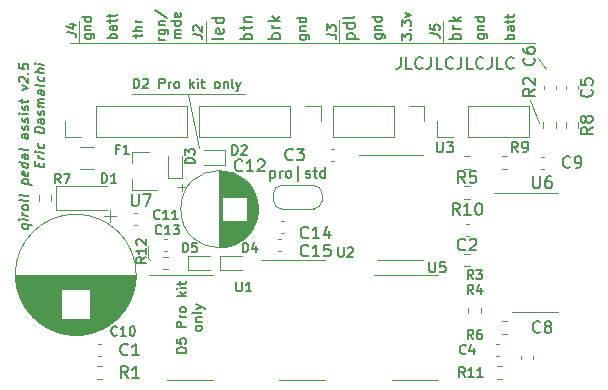
<source format=gto>
G04 #@! TF.GenerationSoftware,KiCad,Pcbnew,(5.1.10-1-10_14)*
G04 #@! TF.CreationDate,2021-12-18T09:27:52-08:00*
G04 #@! TF.ProjectId,qiroll PAS digital logic,7169726f-6c6c-4205-9041-532064696769,rev?*
G04 #@! TF.SameCoordinates,Original*
G04 #@! TF.FileFunction,Legend,Top*
G04 #@! TF.FilePolarity,Positive*
%FSLAX46Y46*%
G04 Gerber Fmt 4.6, Leading zero omitted, Abs format (unit mm)*
G04 Created by KiCad (PCBNEW (5.1.10-1-10_14)) date 2021-12-18 09:27:52*
%MOMM*%
%LPD*%
G01*
G04 APERTURE LIST*
%ADD10C,0.150000*%
%ADD11C,0.120000*%
%ADD12C,0.130000*%
%ADD13C,0.200000*%
%ADD14O,1.700000X1.700000*%
%ADD15R,1.700000X1.700000*%
%ADD16R,0.900000X0.800000*%
%ADD17R,0.600000X0.700000*%
%ADD18R,0.700000X0.600000*%
%ADD19C,0.100000*%
%ADD20R,1.000000X1.500000*%
%ADD21R,1.300000X1.700000*%
%ADD22C,1.600000*%
%ADD23R,1.600000X1.600000*%
%ADD24C,3.800000*%
%ADD25C,2.000000*%
%ADD26R,2.000000X2.000000*%
G04 APERTURE END LIST*
D10*
X126686904Y-123399180D02*
X125886904Y-123399180D01*
X125886904Y-123208704D01*
X125925000Y-123094419D01*
X126001190Y-123018228D01*
X126077380Y-122980133D01*
X126229761Y-122942038D01*
X126344047Y-122942038D01*
X126496428Y-122980133D01*
X126572619Y-123018228D01*
X126648809Y-123094419D01*
X126686904Y-123208704D01*
X126686904Y-123399180D01*
X125886904Y-122218228D02*
X125886904Y-122599180D01*
X126267857Y-122637276D01*
X126229761Y-122599180D01*
X126191666Y-122522990D01*
X126191666Y-122332514D01*
X126229761Y-122256323D01*
X126267857Y-122218228D01*
X126344047Y-122180133D01*
X126534523Y-122180133D01*
X126610714Y-122218228D01*
X126648809Y-122256323D01*
X126686904Y-122332514D01*
X126686904Y-122522990D01*
X126648809Y-122599180D01*
X126610714Y-122637276D01*
X126686904Y-121227752D02*
X125886904Y-121227752D01*
X125886904Y-120922990D01*
X125925000Y-120846800D01*
X125963095Y-120808704D01*
X126039285Y-120770609D01*
X126153571Y-120770609D01*
X126229761Y-120808704D01*
X126267857Y-120846800D01*
X126305952Y-120922990D01*
X126305952Y-121227752D01*
X126686904Y-120427752D02*
X126153571Y-120427752D01*
X126305952Y-120427752D02*
X126229761Y-120389657D01*
X126191666Y-120351561D01*
X126153571Y-120275371D01*
X126153571Y-120199180D01*
X126686904Y-119818228D02*
X126648809Y-119894419D01*
X126610714Y-119932514D01*
X126534523Y-119970609D01*
X126305952Y-119970609D01*
X126229761Y-119932514D01*
X126191666Y-119894419D01*
X126153571Y-119818228D01*
X126153571Y-119703942D01*
X126191666Y-119627752D01*
X126229761Y-119589657D01*
X126305952Y-119551561D01*
X126534523Y-119551561D01*
X126610714Y-119589657D01*
X126648809Y-119627752D01*
X126686904Y-119703942D01*
X126686904Y-119818228D01*
X126686904Y-118599180D02*
X125886904Y-118599180D01*
X126382142Y-118522990D02*
X126686904Y-118294419D01*
X126153571Y-118294419D02*
X126458333Y-118599180D01*
X126686904Y-117951561D02*
X126153571Y-117951561D01*
X125886904Y-117951561D02*
X125925000Y-117989657D01*
X125963095Y-117951561D01*
X125925000Y-117913466D01*
X125886904Y-117951561D01*
X125963095Y-117951561D01*
X126153571Y-117684895D02*
X126153571Y-117380133D01*
X125886904Y-117570609D02*
X126572619Y-117570609D01*
X126648809Y-117532514D01*
X126686904Y-117456323D01*
X126686904Y-117380133D01*
X128036904Y-121380133D02*
X127998809Y-121456323D01*
X127960714Y-121494419D01*
X127884523Y-121532514D01*
X127655952Y-121532514D01*
X127579761Y-121494419D01*
X127541666Y-121456323D01*
X127503571Y-121380133D01*
X127503571Y-121265847D01*
X127541666Y-121189657D01*
X127579761Y-121151561D01*
X127655952Y-121113466D01*
X127884523Y-121113466D01*
X127960714Y-121151561D01*
X127998809Y-121189657D01*
X128036904Y-121265847D01*
X128036904Y-121380133D01*
X127503571Y-120770609D02*
X128036904Y-120770609D01*
X127579761Y-120770609D02*
X127541666Y-120732514D01*
X127503571Y-120656323D01*
X127503571Y-120542038D01*
X127541666Y-120465847D01*
X127617857Y-120427752D01*
X128036904Y-120427752D01*
X128036904Y-119932514D02*
X127998809Y-120008704D01*
X127922619Y-120046800D01*
X127236904Y-120046800D01*
X127503571Y-119703942D02*
X128036904Y-119513466D01*
X127503571Y-119322990D02*
X128036904Y-119513466D01*
X128227380Y-119589657D01*
X128265476Y-119627752D01*
X128303571Y-119703942D01*
D11*
X126847600Y-101498400D02*
X127812800Y-106070400D01*
X122123200Y-101498400D02*
X131673600Y-101498400D01*
D10*
X122250761Y-100996704D02*
X122250761Y-100196704D01*
X122441238Y-100196704D01*
X122555523Y-100234800D01*
X122631714Y-100310990D01*
X122669809Y-100387180D01*
X122707904Y-100539561D01*
X122707904Y-100653847D01*
X122669809Y-100806228D01*
X122631714Y-100882419D01*
X122555523Y-100958609D01*
X122441238Y-100996704D01*
X122250761Y-100996704D01*
X123012666Y-100272895D02*
X123050761Y-100234800D01*
X123126952Y-100196704D01*
X123317428Y-100196704D01*
X123393619Y-100234800D01*
X123431714Y-100272895D01*
X123469809Y-100349085D01*
X123469809Y-100425276D01*
X123431714Y-100539561D01*
X122974571Y-100996704D01*
X123469809Y-100996704D01*
X124422190Y-100996704D02*
X124422190Y-100196704D01*
X124726952Y-100196704D01*
X124803142Y-100234800D01*
X124841238Y-100272895D01*
X124879333Y-100349085D01*
X124879333Y-100463371D01*
X124841238Y-100539561D01*
X124803142Y-100577657D01*
X124726952Y-100615752D01*
X124422190Y-100615752D01*
X125222190Y-100996704D02*
X125222190Y-100463371D01*
X125222190Y-100615752D02*
X125260285Y-100539561D01*
X125298380Y-100501466D01*
X125374571Y-100463371D01*
X125450761Y-100463371D01*
X125831714Y-100996704D02*
X125755523Y-100958609D01*
X125717428Y-100920514D01*
X125679333Y-100844323D01*
X125679333Y-100615752D01*
X125717428Y-100539561D01*
X125755523Y-100501466D01*
X125831714Y-100463371D01*
X125946000Y-100463371D01*
X126022190Y-100501466D01*
X126060285Y-100539561D01*
X126098380Y-100615752D01*
X126098380Y-100844323D01*
X126060285Y-100920514D01*
X126022190Y-100958609D01*
X125946000Y-100996704D01*
X125831714Y-100996704D01*
X127050761Y-100996704D02*
X127050761Y-100196704D01*
X127126952Y-100691942D02*
X127355523Y-100996704D01*
X127355523Y-100463371D02*
X127050761Y-100768133D01*
X127698380Y-100996704D02*
X127698380Y-100463371D01*
X127698380Y-100196704D02*
X127660285Y-100234800D01*
X127698380Y-100272895D01*
X127736476Y-100234800D01*
X127698380Y-100196704D01*
X127698380Y-100272895D01*
X127965047Y-100463371D02*
X128269809Y-100463371D01*
X128079333Y-100196704D02*
X128079333Y-100882419D01*
X128117428Y-100958609D01*
X128193619Y-100996704D01*
X128269809Y-100996704D01*
X129260285Y-100996704D02*
X129184095Y-100958609D01*
X129146000Y-100920514D01*
X129107904Y-100844323D01*
X129107904Y-100615752D01*
X129146000Y-100539561D01*
X129184095Y-100501466D01*
X129260285Y-100463371D01*
X129374571Y-100463371D01*
X129450761Y-100501466D01*
X129488857Y-100539561D01*
X129526952Y-100615752D01*
X129526952Y-100844323D01*
X129488857Y-100920514D01*
X129450761Y-100958609D01*
X129374571Y-100996704D01*
X129260285Y-100996704D01*
X129869809Y-100463371D02*
X129869809Y-100996704D01*
X129869809Y-100539561D02*
X129907904Y-100501466D01*
X129984095Y-100463371D01*
X130098380Y-100463371D01*
X130174571Y-100501466D01*
X130212666Y-100577657D01*
X130212666Y-100996704D01*
X130707904Y-100996704D02*
X130631714Y-100958609D01*
X130593619Y-100882419D01*
X130593619Y-100196704D01*
X130936476Y-100463371D02*
X131126952Y-100996704D01*
X131317428Y-100463371D02*
X131126952Y-100996704D01*
X131050761Y-101187180D01*
X131012666Y-101225276D01*
X130936476Y-101263371D01*
X149956780Y-96889771D02*
X148956780Y-96889771D01*
X149337733Y-96889771D02*
X149290114Y-96794533D01*
X149290114Y-96604057D01*
X149337733Y-96508819D01*
X149385352Y-96461200D01*
X149480590Y-96413580D01*
X149766304Y-96413580D01*
X149861542Y-96461200D01*
X149909161Y-96508819D01*
X149956780Y-96604057D01*
X149956780Y-96794533D01*
X149909161Y-96889771D01*
X149956780Y-95985009D02*
X149290114Y-95985009D01*
X149480590Y-95985009D02*
X149385352Y-95937390D01*
X149337733Y-95889771D01*
X149290114Y-95794533D01*
X149290114Y-95699295D01*
X149956780Y-95365961D02*
X148956780Y-95365961D01*
X149575828Y-95270723D02*
X149956780Y-94985009D01*
X149290114Y-94985009D02*
X149671066Y-95365961D01*
X154489104Y-96850076D02*
X153689104Y-96850076D01*
X153993866Y-96850076D02*
X153955771Y-96773885D01*
X153955771Y-96621504D01*
X153993866Y-96545314D01*
X154031961Y-96507219D01*
X154108152Y-96469123D01*
X154336723Y-96469123D01*
X154412914Y-96507219D01*
X154451009Y-96545314D01*
X154489104Y-96621504D01*
X154489104Y-96773885D01*
X154451009Y-96850076D01*
X154489104Y-95783409D02*
X154070057Y-95783409D01*
X153993866Y-95821504D01*
X153955771Y-95897695D01*
X153955771Y-96050076D01*
X153993866Y-96126266D01*
X154451009Y-95783409D02*
X154489104Y-95859600D01*
X154489104Y-96050076D01*
X154451009Y-96126266D01*
X154374819Y-96164361D01*
X154298628Y-96164361D01*
X154222438Y-96126266D01*
X154184342Y-96050076D01*
X154184342Y-95859600D01*
X154146247Y-95783409D01*
X153955771Y-95516742D02*
X153955771Y-95211980D01*
X153689104Y-95402457D02*
X154374819Y-95402457D01*
X154451009Y-95364361D01*
X154489104Y-95288171D01*
X154489104Y-95211980D01*
X153955771Y-95059600D02*
X153955771Y-94754838D01*
X153689104Y-94945314D02*
X154374819Y-94945314D01*
X154451009Y-94907219D01*
X154489104Y-94831028D01*
X154489104Y-94754838D01*
D11*
X156464000Y-98425000D02*
X157162500Y-99377500D01*
X155829000Y-101981000D02*
X156591000Y-103949500D01*
X123484000Y-114408000D02*
X123484000Y-115424000D01*
X123992000Y-115932000D02*
X123484000Y-115424000D01*
X123484000Y-115424000D02*
X123992000Y-115932000D01*
D10*
X112818571Y-112504827D02*
X113618571Y-112604827D01*
X113313809Y-112566732D02*
X113351904Y-112647684D01*
X113351904Y-112800065D01*
X113313809Y-112871494D01*
X113275714Y-112904827D01*
X113199523Y-112933398D01*
X112970952Y-112904827D01*
X112894761Y-112857208D01*
X112856666Y-112814351D01*
X112818571Y-112733398D01*
X112818571Y-112581017D01*
X112856666Y-112509589D01*
X113351904Y-112190541D02*
X112818571Y-112123875D01*
X112551904Y-112090541D02*
X112590000Y-112133398D01*
X112628095Y-112100065D01*
X112590000Y-112057208D01*
X112551904Y-112090541D01*
X112628095Y-112100065D01*
X113351904Y-111809589D02*
X112818571Y-111742922D01*
X112970952Y-111761970D02*
X112894761Y-111714351D01*
X112856666Y-111671494D01*
X112818571Y-111590541D01*
X112818571Y-111514351D01*
X113351904Y-111200065D02*
X113313809Y-111271494D01*
X113275714Y-111304827D01*
X113199523Y-111333398D01*
X112970952Y-111304827D01*
X112894761Y-111257208D01*
X112856666Y-111214351D01*
X112818571Y-111133398D01*
X112818571Y-111019113D01*
X112856666Y-110947684D01*
X112894761Y-110914351D01*
X112970952Y-110885779D01*
X113199523Y-110914351D01*
X113275714Y-110961970D01*
X113313809Y-111004827D01*
X113351904Y-111085779D01*
X113351904Y-111200065D01*
X113351904Y-110476255D02*
X113313809Y-110547684D01*
X113237619Y-110576255D01*
X112551904Y-110490541D01*
X113351904Y-110057208D02*
X113313809Y-110128636D01*
X113237619Y-110157208D01*
X112551904Y-110071494D01*
X112818571Y-109076255D02*
X113618571Y-109176255D01*
X112856666Y-109081017D02*
X112818571Y-109000065D01*
X112818571Y-108847684D01*
X112856666Y-108776255D01*
X112894761Y-108742922D01*
X112970952Y-108714351D01*
X113199523Y-108742922D01*
X113275714Y-108790541D01*
X113313809Y-108833398D01*
X113351904Y-108914351D01*
X113351904Y-109066732D01*
X113313809Y-109138160D01*
X113313809Y-108109589D02*
X113351904Y-108190541D01*
X113351904Y-108342922D01*
X113313809Y-108414351D01*
X113237619Y-108442922D01*
X112932857Y-108404827D01*
X112856666Y-108357208D01*
X112818571Y-108276255D01*
X112818571Y-108123875D01*
X112856666Y-108052446D01*
X112932857Y-108023875D01*
X113009047Y-108033398D01*
X113085238Y-108423875D01*
X113351904Y-107390541D02*
X112551904Y-107290541D01*
X113313809Y-107385779D02*
X113351904Y-107466732D01*
X113351904Y-107619113D01*
X113313809Y-107690541D01*
X113275714Y-107723875D01*
X113199523Y-107752446D01*
X112970952Y-107723875D01*
X112894761Y-107676255D01*
X112856666Y-107633398D01*
X112818571Y-107552446D01*
X112818571Y-107400065D01*
X112856666Y-107328636D01*
X113351904Y-106666732D02*
X112932857Y-106614351D01*
X112856666Y-106642922D01*
X112818571Y-106714351D01*
X112818571Y-106866732D01*
X112856666Y-106947684D01*
X113313809Y-106661970D02*
X113351904Y-106742922D01*
X113351904Y-106933398D01*
X113313809Y-107004827D01*
X113237619Y-107033398D01*
X113161428Y-107023875D01*
X113085238Y-106976255D01*
X113047142Y-106895303D01*
X113047142Y-106704827D01*
X113009047Y-106623875D01*
X113351904Y-106171494D02*
X113313809Y-106242922D01*
X113237619Y-106271494D01*
X112551904Y-106185779D01*
X113351904Y-104914351D02*
X112932857Y-104861970D01*
X112856666Y-104890541D01*
X112818571Y-104961970D01*
X112818571Y-105114351D01*
X112856666Y-105195303D01*
X113313809Y-104909589D02*
X113351904Y-104990541D01*
X113351904Y-105181017D01*
X113313809Y-105252446D01*
X113237619Y-105281017D01*
X113161428Y-105271494D01*
X113085238Y-105223875D01*
X113047142Y-105142922D01*
X113047142Y-104952446D01*
X113009047Y-104871494D01*
X113313809Y-104566732D02*
X113351904Y-104495303D01*
X113351904Y-104342922D01*
X113313809Y-104261970D01*
X113237619Y-104214351D01*
X113199523Y-104209589D01*
X113123333Y-104238160D01*
X113085238Y-104309589D01*
X113085238Y-104423875D01*
X113047142Y-104495303D01*
X112970952Y-104523875D01*
X112932857Y-104519113D01*
X112856666Y-104471494D01*
X112818571Y-104390541D01*
X112818571Y-104276255D01*
X112856666Y-104204827D01*
X113313809Y-103919113D02*
X113351904Y-103847684D01*
X113351904Y-103695303D01*
X113313809Y-103614351D01*
X113237619Y-103566732D01*
X113199523Y-103561970D01*
X113123333Y-103590541D01*
X113085238Y-103661970D01*
X113085238Y-103776255D01*
X113047142Y-103847684D01*
X112970952Y-103876255D01*
X112932857Y-103871494D01*
X112856666Y-103823875D01*
X112818571Y-103742922D01*
X112818571Y-103628636D01*
X112856666Y-103557208D01*
X113351904Y-103238160D02*
X112818571Y-103171494D01*
X112551904Y-103138160D02*
X112590000Y-103181017D01*
X112628095Y-103147684D01*
X112590000Y-103104827D01*
X112551904Y-103138160D01*
X112628095Y-103147684D01*
X113313809Y-102890541D02*
X113351904Y-102819113D01*
X113351904Y-102666732D01*
X113313809Y-102585779D01*
X113237619Y-102538160D01*
X113199523Y-102533398D01*
X113123333Y-102561970D01*
X113085238Y-102633398D01*
X113085238Y-102747684D01*
X113047142Y-102819113D01*
X112970952Y-102847684D01*
X112932857Y-102842922D01*
X112856666Y-102795303D01*
X112818571Y-102714351D01*
X112818571Y-102600065D01*
X112856666Y-102528636D01*
X112818571Y-102257208D02*
X112818571Y-101952446D01*
X112551904Y-102109589D02*
X113237619Y-102195303D01*
X113313809Y-102166732D01*
X113351904Y-102095303D01*
X113351904Y-102019113D01*
X112818571Y-101152446D02*
X113351904Y-101028636D01*
X112818571Y-100771494D01*
X112628095Y-100481017D02*
X112590000Y-100438160D01*
X112551904Y-100357208D01*
X112551904Y-100166732D01*
X112590000Y-100095303D01*
X112628095Y-100061970D01*
X112704285Y-100033398D01*
X112780476Y-100042922D01*
X112894761Y-100095303D01*
X113351904Y-100609589D01*
X113351904Y-100114351D01*
X113275714Y-99761970D02*
X113313809Y-99728636D01*
X113351904Y-99771494D01*
X113313809Y-99804827D01*
X113275714Y-99761970D01*
X113351904Y-99771494D01*
X112551904Y-98909589D02*
X112551904Y-99290541D01*
X112932857Y-99376255D01*
X112894761Y-99333398D01*
X112856666Y-99252446D01*
X112856666Y-99061970D01*
X112894761Y-98990541D01*
X112932857Y-98957208D01*
X113009047Y-98928636D01*
X113199523Y-98952446D01*
X113275714Y-99000065D01*
X113313809Y-99042922D01*
X113351904Y-99123875D01*
X113351904Y-99314351D01*
X113313809Y-99385779D01*
X113275714Y-99419113D01*
X114282857Y-107642922D02*
X114282857Y-107376255D01*
X114701904Y-107314351D02*
X114701904Y-107695303D01*
X113901904Y-107595303D01*
X113901904Y-107214351D01*
X114701904Y-106971494D02*
X114168571Y-106904827D01*
X114320952Y-106923875D02*
X114244761Y-106876255D01*
X114206666Y-106833398D01*
X114168571Y-106752446D01*
X114168571Y-106676255D01*
X114701904Y-106476255D02*
X114168571Y-106409589D01*
X113901904Y-106376255D02*
X113940000Y-106419113D01*
X113978095Y-106385779D01*
X113940000Y-106342922D01*
X113901904Y-106376255D01*
X113978095Y-106385779D01*
X114663809Y-105747684D02*
X114701904Y-105828636D01*
X114701904Y-105981017D01*
X114663809Y-106052446D01*
X114625714Y-106085779D01*
X114549523Y-106114351D01*
X114320952Y-106085779D01*
X114244761Y-106038160D01*
X114206666Y-105995303D01*
X114168571Y-105914351D01*
X114168571Y-105761970D01*
X114206666Y-105690541D01*
X114701904Y-104800065D02*
X113901904Y-104700065D01*
X113901904Y-104509589D01*
X113940000Y-104400065D01*
X114016190Y-104333398D01*
X114092380Y-104304827D01*
X114244761Y-104285779D01*
X114359047Y-104300065D01*
X114511428Y-104357208D01*
X114587619Y-104404827D01*
X114663809Y-104490541D01*
X114701904Y-104609589D01*
X114701904Y-104800065D01*
X114701904Y-103657208D02*
X114282857Y-103604827D01*
X114206666Y-103633398D01*
X114168571Y-103704827D01*
X114168571Y-103857208D01*
X114206666Y-103938160D01*
X114663809Y-103652446D02*
X114701904Y-103733398D01*
X114701904Y-103923875D01*
X114663809Y-103995303D01*
X114587619Y-104023875D01*
X114511428Y-104014351D01*
X114435238Y-103966732D01*
X114397142Y-103885779D01*
X114397142Y-103695303D01*
X114359047Y-103614351D01*
X114663809Y-103309589D02*
X114701904Y-103238160D01*
X114701904Y-103085779D01*
X114663809Y-103004827D01*
X114587619Y-102957208D01*
X114549523Y-102952446D01*
X114473333Y-102981017D01*
X114435238Y-103052446D01*
X114435238Y-103166732D01*
X114397142Y-103238160D01*
X114320952Y-103266732D01*
X114282857Y-103261970D01*
X114206666Y-103214351D01*
X114168571Y-103133398D01*
X114168571Y-103019113D01*
X114206666Y-102947684D01*
X114701904Y-102628636D02*
X114168571Y-102561970D01*
X114244761Y-102571494D02*
X114206666Y-102528636D01*
X114168571Y-102447684D01*
X114168571Y-102333398D01*
X114206666Y-102261970D01*
X114282857Y-102233398D01*
X114701904Y-102285779D01*
X114282857Y-102233398D02*
X114206666Y-102185779D01*
X114168571Y-102104827D01*
X114168571Y-101990541D01*
X114206666Y-101919113D01*
X114282857Y-101890541D01*
X114701904Y-101942922D01*
X114701904Y-101219113D02*
X114282857Y-101166732D01*
X114206666Y-101195303D01*
X114168571Y-101266732D01*
X114168571Y-101419113D01*
X114206666Y-101500065D01*
X114663809Y-101214351D02*
X114701904Y-101295303D01*
X114701904Y-101485779D01*
X114663809Y-101557208D01*
X114587619Y-101585779D01*
X114511428Y-101576255D01*
X114435238Y-101528636D01*
X114397142Y-101447684D01*
X114397142Y-101257208D01*
X114359047Y-101176255D01*
X114701904Y-100723875D02*
X114663809Y-100795303D01*
X114587619Y-100823875D01*
X113901904Y-100738160D01*
X114663809Y-100071494D02*
X114701904Y-100152446D01*
X114701904Y-100304827D01*
X114663809Y-100376255D01*
X114625714Y-100409589D01*
X114549523Y-100438160D01*
X114320952Y-100409589D01*
X114244761Y-100361970D01*
X114206666Y-100319113D01*
X114168571Y-100238160D01*
X114168571Y-100085779D01*
X114206666Y-100014351D01*
X114701904Y-99733398D02*
X113901904Y-99633398D01*
X114701904Y-99390541D02*
X114282857Y-99338160D01*
X114206666Y-99366732D01*
X114168571Y-99438160D01*
X114168571Y-99552446D01*
X114206666Y-99633398D01*
X114244761Y-99676255D01*
X114701904Y-99009589D02*
X114168571Y-98942922D01*
X113901904Y-98909589D02*
X113940000Y-98952446D01*
X113978095Y-98919113D01*
X113940000Y-98876255D01*
X113901904Y-98909589D01*
X113978095Y-98919113D01*
X151415771Y-96462780D02*
X152063390Y-96462780D01*
X152139580Y-96500876D01*
X152177676Y-96538971D01*
X152215771Y-96615161D01*
X152215771Y-96729447D01*
X152177676Y-96805638D01*
X151911009Y-96462780D02*
X151949104Y-96538971D01*
X151949104Y-96691352D01*
X151911009Y-96767542D01*
X151872914Y-96805638D01*
X151796723Y-96843733D01*
X151568152Y-96843733D01*
X151491961Y-96805638D01*
X151453866Y-96767542D01*
X151415771Y-96691352D01*
X151415771Y-96538971D01*
X151453866Y-96462780D01*
X151415771Y-96081828D02*
X151949104Y-96081828D01*
X151491961Y-96081828D02*
X151453866Y-96043733D01*
X151415771Y-95967542D01*
X151415771Y-95853257D01*
X151453866Y-95777066D01*
X151530057Y-95738971D01*
X151949104Y-95738971D01*
X151949104Y-95015161D02*
X151149104Y-95015161D01*
X151911009Y-95015161D02*
X151949104Y-95091352D01*
X151949104Y-95243733D01*
X151911009Y-95319923D01*
X151872914Y-95358019D01*
X151796723Y-95396114D01*
X151568152Y-95396114D01*
X151491961Y-95358019D01*
X151453866Y-95319923D01*
X151415771Y-95243733D01*
X151415771Y-95091352D01*
X151453866Y-95015161D01*
D12*
X133808285Y-108011142D02*
X133808285Y-108911142D01*
X133808285Y-108054000D02*
X133894000Y-108011142D01*
X134065428Y-108011142D01*
X134151142Y-108054000D01*
X134194000Y-108096857D01*
X134236857Y-108182571D01*
X134236857Y-108439714D01*
X134194000Y-108525428D01*
X134151142Y-108568285D01*
X134065428Y-108611142D01*
X133894000Y-108611142D01*
X133808285Y-108568285D01*
X134622571Y-108611142D02*
X134622571Y-108011142D01*
X134622571Y-108182571D02*
X134665428Y-108096857D01*
X134708285Y-108054000D01*
X134794000Y-108011142D01*
X134879714Y-108011142D01*
X135308285Y-108611142D02*
X135222571Y-108568285D01*
X135179714Y-108525428D01*
X135136857Y-108439714D01*
X135136857Y-108182571D01*
X135179714Y-108096857D01*
X135222571Y-108054000D01*
X135308285Y-108011142D01*
X135436857Y-108011142D01*
X135522571Y-108054000D01*
X135565428Y-108096857D01*
X135608285Y-108182571D01*
X135608285Y-108439714D01*
X135565428Y-108525428D01*
X135522571Y-108568285D01*
X135436857Y-108611142D01*
X135308285Y-108611142D01*
X136208285Y-108911142D02*
X136208285Y-107625428D01*
X136808285Y-108568285D02*
X136894000Y-108611142D01*
X137065428Y-108611142D01*
X137151142Y-108568285D01*
X137194000Y-108482571D01*
X137194000Y-108439714D01*
X137151142Y-108354000D01*
X137065428Y-108311142D01*
X136936857Y-108311142D01*
X136851142Y-108268285D01*
X136808285Y-108182571D01*
X136808285Y-108139714D01*
X136851142Y-108054000D01*
X136936857Y-108011142D01*
X137065428Y-108011142D01*
X137151142Y-108054000D01*
X137451142Y-108011142D02*
X137794000Y-108011142D01*
X137579714Y-107711142D02*
X137579714Y-108482571D01*
X137622571Y-108568285D01*
X137708285Y-108611142D01*
X137794000Y-108611142D01*
X138479714Y-108611142D02*
X138479714Y-107711142D01*
X138479714Y-108568285D02*
X138394000Y-108611142D01*
X138222571Y-108611142D01*
X138136857Y-108568285D01*
X138094000Y-108525428D01*
X138051142Y-108439714D01*
X138051142Y-108182571D01*
X138094000Y-108096857D01*
X138136857Y-108054000D01*
X138222571Y-108011142D01*
X138394000Y-108011142D01*
X138479714Y-108054000D01*
D10*
X120808704Y-96799276D02*
X120008704Y-96799276D01*
X120313466Y-96799276D02*
X120275371Y-96723085D01*
X120275371Y-96570704D01*
X120313466Y-96494514D01*
X120351561Y-96456419D01*
X120427752Y-96418323D01*
X120656323Y-96418323D01*
X120732514Y-96456419D01*
X120770609Y-96494514D01*
X120808704Y-96570704D01*
X120808704Y-96723085D01*
X120770609Y-96799276D01*
X120808704Y-95732609D02*
X120389657Y-95732609D01*
X120313466Y-95770704D01*
X120275371Y-95846895D01*
X120275371Y-95999276D01*
X120313466Y-96075466D01*
X120770609Y-95732609D02*
X120808704Y-95808800D01*
X120808704Y-95999276D01*
X120770609Y-96075466D01*
X120694419Y-96113561D01*
X120618228Y-96113561D01*
X120542038Y-96075466D01*
X120503942Y-95999276D01*
X120503942Y-95808800D01*
X120465847Y-95732609D01*
X120275371Y-95465942D02*
X120275371Y-95161180D01*
X120008704Y-95351657D02*
X120694419Y-95351657D01*
X120770609Y-95313561D01*
X120808704Y-95237371D01*
X120808704Y-95161180D01*
X120275371Y-95008800D02*
X120275371Y-94704038D01*
X120008704Y-94894514D02*
X120694419Y-94894514D01*
X120770609Y-94856419D01*
X120808704Y-94780228D01*
X120808704Y-94704038D01*
D13*
X144859952Y-98385380D02*
X144859952Y-99099666D01*
X144812333Y-99242523D01*
X144717095Y-99337761D01*
X144574238Y-99385380D01*
X144479000Y-99385380D01*
X145812333Y-99385380D02*
X145336142Y-99385380D01*
X145336142Y-98385380D01*
X146717095Y-99290142D02*
X146669476Y-99337761D01*
X146526619Y-99385380D01*
X146431380Y-99385380D01*
X146288523Y-99337761D01*
X146193285Y-99242523D01*
X146145666Y-99147285D01*
X146098047Y-98956809D01*
X146098047Y-98813952D01*
X146145666Y-98623476D01*
X146193285Y-98528238D01*
X146288523Y-98433000D01*
X146431380Y-98385380D01*
X146526619Y-98385380D01*
X146669476Y-98433000D01*
X146717095Y-98480619D01*
X147431380Y-98385380D02*
X147431380Y-99099666D01*
X147383761Y-99242523D01*
X147288523Y-99337761D01*
X147145666Y-99385380D01*
X147050428Y-99385380D01*
X148383761Y-99385380D02*
X147907571Y-99385380D01*
X147907571Y-98385380D01*
X149288523Y-99290142D02*
X149240904Y-99337761D01*
X149098047Y-99385380D01*
X149002809Y-99385380D01*
X148859952Y-99337761D01*
X148764714Y-99242523D01*
X148717095Y-99147285D01*
X148669476Y-98956809D01*
X148669476Y-98813952D01*
X148717095Y-98623476D01*
X148764714Y-98528238D01*
X148859952Y-98433000D01*
X149002809Y-98385380D01*
X149098047Y-98385380D01*
X149240904Y-98433000D01*
X149288523Y-98480619D01*
X150002809Y-98385380D02*
X150002809Y-99099666D01*
X149955190Y-99242523D01*
X149859952Y-99337761D01*
X149717095Y-99385380D01*
X149621857Y-99385380D01*
X150955190Y-99385380D02*
X150479000Y-99385380D01*
X150479000Y-98385380D01*
X151859952Y-99290142D02*
X151812333Y-99337761D01*
X151669476Y-99385380D01*
X151574238Y-99385380D01*
X151431380Y-99337761D01*
X151336142Y-99242523D01*
X151288523Y-99147285D01*
X151240904Y-98956809D01*
X151240904Y-98813952D01*
X151288523Y-98623476D01*
X151336142Y-98528238D01*
X151431380Y-98433000D01*
X151574238Y-98385380D01*
X151669476Y-98385380D01*
X151812333Y-98433000D01*
X151859952Y-98480619D01*
X152574238Y-98385380D02*
X152574238Y-99099666D01*
X152526619Y-99242523D01*
X152431380Y-99337761D01*
X152288523Y-99385380D01*
X152193285Y-99385380D01*
X153526619Y-99385380D02*
X153050428Y-99385380D01*
X153050428Y-98385380D01*
X154431380Y-99290142D02*
X154383761Y-99337761D01*
X154240904Y-99385380D01*
X154145666Y-99385380D01*
X154002809Y-99337761D01*
X153907571Y-99242523D01*
X153859952Y-99147285D01*
X153812333Y-98956809D01*
X153812333Y-98813952D01*
X153859952Y-98623476D01*
X153907571Y-98528238D01*
X154002809Y-98433000D01*
X154145666Y-98385380D01*
X154240904Y-98385380D01*
X154383761Y-98433000D01*
X154431380Y-98480619D01*
D10*
X138586904Y-96413492D02*
X139158333Y-96484920D01*
X139272619Y-96537301D01*
X139348809Y-96623016D01*
X139386904Y-96742063D01*
X139386904Y-96818254D01*
X138586904Y-96108730D02*
X138586904Y-95613492D01*
X138891666Y-95918254D01*
X138891666Y-95803968D01*
X138929761Y-95732539D01*
X138967857Y-95699206D01*
X139044047Y-95670635D01*
X139234523Y-95694444D01*
X139310714Y-95742063D01*
X139348809Y-95784920D01*
X139386904Y-95865873D01*
X139386904Y-96094444D01*
X139348809Y-96165873D01*
X139310714Y-96199206D01*
X147375304Y-96362692D02*
X147946733Y-96434120D01*
X148061019Y-96486501D01*
X148137209Y-96572216D01*
X148175304Y-96691263D01*
X148175304Y-96767454D01*
X147375304Y-95600787D02*
X147375304Y-95981739D01*
X147756257Y-96067454D01*
X147718161Y-96024597D01*
X147680066Y-95943644D01*
X147680066Y-95753168D01*
X147718161Y-95681739D01*
X147756257Y-95648406D01*
X147832447Y-95619835D01*
X148022923Y-95643644D01*
X148099114Y-95691263D01*
X148137209Y-95734120D01*
X148175304Y-95815073D01*
X148175304Y-96005549D01*
X148137209Y-96076977D01*
X148099114Y-96110311D01*
X127273104Y-96464292D02*
X127844533Y-96535720D01*
X127958819Y-96588101D01*
X128035009Y-96673816D01*
X128073104Y-96792863D01*
X128073104Y-96869054D01*
X127349295Y-96130958D02*
X127311200Y-96088101D01*
X127273104Y-96007149D01*
X127273104Y-95816673D01*
X127311200Y-95745244D01*
X127349295Y-95711911D01*
X127425485Y-95683339D01*
X127501676Y-95692863D01*
X127615961Y-95745244D01*
X128073104Y-96259530D01*
X128073104Y-95764292D01*
X116592404Y-96261092D02*
X117163833Y-96332520D01*
X117278119Y-96384901D01*
X117354309Y-96470616D01*
X117392404Y-96589663D01*
X117392404Y-96665854D01*
X116859071Y-95570616D02*
X117392404Y-95637282D01*
X116554309Y-95722997D02*
X117125738Y-95984901D01*
X117125738Y-95489663D01*
X140298514Y-96838971D02*
X141298514Y-96838971D01*
X140346133Y-96838971D02*
X140298514Y-96743733D01*
X140298514Y-96553257D01*
X140346133Y-96458019D01*
X140393752Y-96410400D01*
X140488990Y-96362780D01*
X140774704Y-96362780D01*
X140869942Y-96410400D01*
X140917561Y-96458019D01*
X140965180Y-96553257D01*
X140965180Y-96743733D01*
X140917561Y-96838971D01*
X140965180Y-95505638D02*
X139965180Y-95505638D01*
X140917561Y-95505638D02*
X140965180Y-95600876D01*
X140965180Y-95791352D01*
X140917561Y-95886590D01*
X140869942Y-95934209D01*
X140774704Y-95981828D01*
X140488990Y-95981828D01*
X140393752Y-95934209D01*
X140346133Y-95886590D01*
X140298514Y-95791352D01*
X140298514Y-95600876D01*
X140346133Y-95505638D01*
X140965180Y-94886590D02*
X140917561Y-94981828D01*
X140822323Y-95029447D01*
X139965180Y-95029447D01*
X132278380Y-96862780D02*
X131278380Y-96862780D01*
X131659333Y-96862780D02*
X131611714Y-96767542D01*
X131611714Y-96577066D01*
X131659333Y-96481828D01*
X131706952Y-96434209D01*
X131802190Y-96386590D01*
X132087904Y-96386590D01*
X132183142Y-96434209D01*
X132230761Y-96481828D01*
X132278380Y-96577066D01*
X132278380Y-96767542D01*
X132230761Y-96862780D01*
X131611714Y-96100876D02*
X131611714Y-95719923D01*
X131278380Y-95958019D02*
X132135523Y-95958019D01*
X132230761Y-95910400D01*
X132278380Y-95815161D01*
X132278380Y-95719923D01*
X131611714Y-95386590D02*
X132278380Y-95386590D01*
X131706952Y-95386590D02*
X131659333Y-95338971D01*
X131611714Y-95243733D01*
X131611714Y-95100876D01*
X131659333Y-95005638D01*
X131754571Y-94958019D01*
X132278380Y-94958019D01*
X129890780Y-96723104D02*
X129843161Y-96818342D01*
X129747923Y-96865961D01*
X128890780Y-96865961D01*
X129843161Y-95961200D02*
X129890780Y-96056438D01*
X129890780Y-96246914D01*
X129843161Y-96342152D01*
X129747923Y-96389771D01*
X129366971Y-96389771D01*
X129271733Y-96342152D01*
X129224114Y-96246914D01*
X129224114Y-96056438D01*
X129271733Y-95961200D01*
X129366971Y-95913580D01*
X129462209Y-95913580D01*
X129557447Y-96389771D01*
X129890780Y-95056438D02*
X128890780Y-95056438D01*
X129843161Y-95056438D02*
X129890780Y-95151676D01*
X129890780Y-95342152D01*
X129843161Y-95437390D01*
X129795542Y-95485009D01*
X129700304Y-95532628D01*
X129414590Y-95532628D01*
X129319352Y-95485009D01*
X129271733Y-95437390D01*
X129224114Y-95342152D01*
X129224114Y-95151676D01*
X129271733Y-95056438D01*
X144951504Y-96900857D02*
X144951504Y-96405619D01*
X145256266Y-96672285D01*
X145256266Y-96558000D01*
X145294361Y-96481809D01*
X145332457Y-96443714D01*
X145408647Y-96405619D01*
X145599123Y-96405619D01*
X145675314Y-96443714D01*
X145713409Y-96481809D01*
X145751504Y-96558000D01*
X145751504Y-96786571D01*
X145713409Y-96862761D01*
X145675314Y-96900857D01*
X145675314Y-96062761D02*
X145713409Y-96024666D01*
X145751504Y-96062761D01*
X145713409Y-96100857D01*
X145675314Y-96062761D01*
X145751504Y-96062761D01*
X144951504Y-95758000D02*
X144951504Y-95262761D01*
X145256266Y-95529428D01*
X145256266Y-95415142D01*
X145294361Y-95338952D01*
X145332457Y-95300857D01*
X145408647Y-95262761D01*
X145599123Y-95262761D01*
X145675314Y-95300857D01*
X145713409Y-95338952D01*
X145751504Y-95415142D01*
X145751504Y-95643714D01*
X145713409Y-95719904D01*
X145675314Y-95758000D01*
X145218171Y-94996095D02*
X145751504Y-94805619D01*
X145218171Y-94615142D01*
X134665980Y-96838971D02*
X133665980Y-96838971D01*
X134046933Y-96838971D02*
X133999314Y-96743733D01*
X133999314Y-96553257D01*
X134046933Y-96458019D01*
X134094552Y-96410400D01*
X134189790Y-96362780D01*
X134475504Y-96362780D01*
X134570742Y-96410400D01*
X134618361Y-96458019D01*
X134665980Y-96553257D01*
X134665980Y-96743733D01*
X134618361Y-96838971D01*
X134665980Y-95934209D02*
X133999314Y-95934209D01*
X134189790Y-95934209D02*
X134094552Y-95886590D01*
X134046933Y-95838971D01*
X133999314Y-95743733D01*
X133999314Y-95648495D01*
X134665980Y-95315161D02*
X133665980Y-95315161D01*
X134285028Y-95219923D02*
X134665980Y-94934209D01*
X133999314Y-94934209D02*
X134380266Y-95315161D01*
X142728971Y-96462780D02*
X143376590Y-96462780D01*
X143452780Y-96500876D01*
X143490876Y-96538971D01*
X143528971Y-96615161D01*
X143528971Y-96729447D01*
X143490876Y-96805638D01*
X143224209Y-96462780D02*
X143262304Y-96538971D01*
X143262304Y-96691352D01*
X143224209Y-96767542D01*
X143186114Y-96805638D01*
X143109923Y-96843733D01*
X142881352Y-96843733D01*
X142805161Y-96805638D01*
X142767066Y-96767542D01*
X142728971Y-96691352D01*
X142728971Y-96538971D01*
X142767066Y-96462780D01*
X142728971Y-96081828D02*
X143262304Y-96081828D01*
X142805161Y-96081828D02*
X142767066Y-96043733D01*
X142728971Y-95967542D01*
X142728971Y-95853257D01*
X142767066Y-95777066D01*
X142843257Y-95738971D01*
X143262304Y-95738971D01*
X143262304Y-95015161D02*
X142462304Y-95015161D01*
X143224209Y-95015161D02*
X143262304Y-95091352D01*
X143262304Y-95243733D01*
X143224209Y-95319923D01*
X143186114Y-95358019D01*
X143109923Y-95396114D01*
X142881352Y-95396114D01*
X142805161Y-95358019D01*
X142767066Y-95319923D01*
X142728971Y-95243733D01*
X142728971Y-95091352D01*
X142767066Y-95015161D01*
X136328171Y-96513580D02*
X136975790Y-96513580D01*
X137051980Y-96551676D01*
X137090076Y-96589771D01*
X137128171Y-96665961D01*
X137128171Y-96780247D01*
X137090076Y-96856438D01*
X136823409Y-96513580D02*
X136861504Y-96589771D01*
X136861504Y-96742152D01*
X136823409Y-96818342D01*
X136785314Y-96856438D01*
X136709123Y-96894533D01*
X136480552Y-96894533D01*
X136404361Y-96856438D01*
X136366266Y-96818342D01*
X136328171Y-96742152D01*
X136328171Y-96589771D01*
X136366266Y-96513580D01*
X136328171Y-96132628D02*
X136861504Y-96132628D01*
X136404361Y-96132628D02*
X136366266Y-96094533D01*
X136328171Y-96018342D01*
X136328171Y-95904057D01*
X136366266Y-95827866D01*
X136442457Y-95789771D01*
X136861504Y-95789771D01*
X136861504Y-95065961D02*
X136061504Y-95065961D01*
X136823409Y-95065961D02*
X136861504Y-95142152D01*
X136861504Y-95294533D01*
X136823409Y-95370723D01*
X136785314Y-95408819D01*
X136709123Y-95446914D01*
X136480552Y-95446914D01*
X136404361Y-95408819D01*
X136366266Y-95370723D01*
X136328171Y-95294533D01*
X136328171Y-95142152D01*
X136366266Y-95065961D01*
X118141771Y-96437380D02*
X118789390Y-96437380D01*
X118865580Y-96475476D01*
X118903676Y-96513571D01*
X118941771Y-96589761D01*
X118941771Y-96704047D01*
X118903676Y-96780238D01*
X118637009Y-96437380D02*
X118675104Y-96513571D01*
X118675104Y-96665952D01*
X118637009Y-96742142D01*
X118598914Y-96780238D01*
X118522723Y-96818333D01*
X118294152Y-96818333D01*
X118217961Y-96780238D01*
X118179866Y-96742142D01*
X118141771Y-96665952D01*
X118141771Y-96513571D01*
X118179866Y-96437380D01*
X118141771Y-96056428D02*
X118675104Y-96056428D01*
X118217961Y-96056428D02*
X118179866Y-96018333D01*
X118141771Y-95942142D01*
X118141771Y-95827857D01*
X118179866Y-95751666D01*
X118256057Y-95713571D01*
X118675104Y-95713571D01*
X118675104Y-94989761D02*
X117875104Y-94989761D01*
X118637009Y-94989761D02*
X118675104Y-95065952D01*
X118675104Y-95218333D01*
X118637009Y-95294523D01*
X118598914Y-95332619D01*
X118522723Y-95370714D01*
X118294152Y-95370714D01*
X118217961Y-95332619D01*
X118179866Y-95294523D01*
X118141771Y-95218333D01*
X118141771Y-95065952D01*
X118179866Y-94989761D01*
X122459771Y-96723104D02*
X122459771Y-96418342D01*
X122193104Y-96608819D02*
X122878819Y-96608819D01*
X122955009Y-96570723D01*
X122993104Y-96494533D01*
X122993104Y-96418342D01*
X122993104Y-96151676D02*
X122193104Y-96151676D01*
X122993104Y-95808819D02*
X122574057Y-95808819D01*
X122497866Y-95846914D01*
X122459771Y-95923104D01*
X122459771Y-96037390D01*
X122497866Y-96113580D01*
X122535961Y-96151676D01*
X122993104Y-95427866D02*
X122459771Y-95427866D01*
X122612152Y-95427866D02*
X122535961Y-95389771D01*
X122497866Y-95351676D01*
X122459771Y-95275485D01*
X122459771Y-95199295D01*
X124908904Y-96907200D02*
X124375571Y-96907200D01*
X124527952Y-96907200D02*
X124451761Y-96869104D01*
X124413666Y-96831009D01*
X124375571Y-96754819D01*
X124375571Y-96678628D01*
X124375571Y-96069104D02*
X125023190Y-96069104D01*
X125099380Y-96107200D01*
X125137476Y-96145295D01*
X125175571Y-96221485D01*
X125175571Y-96335771D01*
X125137476Y-96411961D01*
X124870809Y-96069104D02*
X124908904Y-96145295D01*
X124908904Y-96297676D01*
X124870809Y-96373866D01*
X124832714Y-96411961D01*
X124756523Y-96450057D01*
X124527952Y-96450057D01*
X124451761Y-96411961D01*
X124413666Y-96373866D01*
X124375571Y-96297676D01*
X124375571Y-96145295D01*
X124413666Y-96069104D01*
X124375571Y-95688152D02*
X124908904Y-95688152D01*
X124451761Y-95688152D02*
X124413666Y-95650057D01*
X124375571Y-95573866D01*
X124375571Y-95459580D01*
X124413666Y-95383390D01*
X124489857Y-95345295D01*
X124908904Y-95345295D01*
X124070809Y-94392914D02*
X125099380Y-95078628D01*
X126258904Y-96754819D02*
X125725571Y-96754819D01*
X125801761Y-96754819D02*
X125763666Y-96716723D01*
X125725571Y-96640533D01*
X125725571Y-96526247D01*
X125763666Y-96450057D01*
X125839857Y-96411961D01*
X126258904Y-96411961D01*
X125839857Y-96411961D02*
X125763666Y-96373866D01*
X125725571Y-96297676D01*
X125725571Y-96183390D01*
X125763666Y-96107200D01*
X125839857Y-96069104D01*
X126258904Y-96069104D01*
X126258904Y-95345295D02*
X125458904Y-95345295D01*
X126220809Y-95345295D02*
X126258904Y-95421485D01*
X126258904Y-95573866D01*
X126220809Y-95650057D01*
X126182714Y-95688152D01*
X126106523Y-95726247D01*
X125877952Y-95726247D01*
X125801761Y-95688152D01*
X125763666Y-95650057D01*
X125725571Y-95573866D01*
X125725571Y-95421485D01*
X125763666Y-95345295D01*
X126220809Y-94659580D02*
X126258904Y-94735771D01*
X126258904Y-94888152D01*
X126220809Y-94964342D01*
X126144619Y-95002438D01*
X125839857Y-95002438D01*
X125763666Y-94964342D01*
X125725571Y-94888152D01*
X125725571Y-94735771D01*
X125763666Y-94659580D01*
X125839857Y-94621485D01*
X125916047Y-94621485D01*
X125992238Y-95002438D01*
D11*
X148488400Y-95300800D02*
X148488400Y-97142300D01*
X139649200Y-95250000D02*
X139649200Y-97091500D01*
X128371600Y-95288100D02*
X128371600Y-97129600D01*
X117652800Y-95300800D02*
X117652800Y-97142300D01*
X156210000Y-97155000D02*
X116840000Y-97155000D01*
G04 #@! TO.C,J4*
X126742500Y-105152500D02*
X126742500Y-102492500D01*
X119062500Y-105152500D02*
X126742500Y-105152500D01*
X119062500Y-102492500D02*
X126742500Y-102492500D01*
X119062500Y-105152500D02*
X119062500Y-102492500D01*
X117792500Y-105152500D02*
X116462500Y-105152500D01*
X116462500Y-105152500D02*
X116462500Y-103822500D01*
G04 #@! TO.C,U7*
X122112500Y-106433500D02*
X122112500Y-107363500D01*
X122112500Y-109593500D02*
X122112500Y-108663500D01*
X122112500Y-109593500D02*
X124272500Y-109593500D01*
X122112500Y-106433500D02*
X123572500Y-106433500D01*
G04 #@! TO.C,J5*
X155698500Y-105152500D02*
X155698500Y-102492500D01*
X150558500Y-105152500D02*
X155698500Y-105152500D01*
X150558500Y-102492500D02*
X155698500Y-102492500D01*
X150558500Y-105152500D02*
X150558500Y-102492500D01*
X149288500Y-105152500D02*
X147958500Y-105152500D01*
X147958500Y-105152500D02*
X147958500Y-103822500D01*
G04 #@! TO.C,J3*
X139132000Y-102492500D02*
X139132000Y-105152500D01*
X144272000Y-102492500D02*
X139132000Y-102492500D01*
X144272000Y-105152500D02*
X139132000Y-105152500D01*
X144272000Y-102492500D02*
X144272000Y-105152500D01*
X145542000Y-102492500D02*
X146872000Y-102492500D01*
X146872000Y-102492500D02*
X146872000Y-103822500D01*
G04 #@! TO.C,J2*
X127829000Y-102492500D02*
X127829000Y-105152500D01*
X135509000Y-102492500D02*
X127829000Y-102492500D01*
X135509000Y-105152500D02*
X127829000Y-105152500D01*
X135509000Y-102492500D02*
X135509000Y-105152500D01*
X136779000Y-102492500D02*
X138109000Y-102492500D01*
X138109000Y-102492500D02*
X138109000Y-103822500D01*
G04 #@! TO.C,R12*
X125205258Y-116346500D02*
X124730742Y-116346500D01*
X125205258Y-115301500D02*
X124730742Y-115301500D01*
G04 #@! TO.C,D5*
X126866000Y-115224000D02*
X126866000Y-116424000D01*
X128716000Y-115224000D02*
X126866000Y-115224000D01*
X128716000Y-116424000D02*
X126866000Y-116424000D01*
G04 #@! TO.C,D4*
X129598000Y-115224000D02*
X129598000Y-116424000D01*
X131448000Y-115224000D02*
X129598000Y-115224000D01*
X131448000Y-116424000D02*
X129598000Y-116424000D01*
G04 #@! TO.C,D3*
X126330000Y-106792800D02*
X126330000Y-108642800D01*
X125130000Y-106792800D02*
X125130000Y-108642800D01*
X125130000Y-108642800D02*
X126330000Y-108642800D01*
G04 #@! TO.C,D2*
X128179600Y-106283200D02*
X130029600Y-106283200D01*
X128179600Y-107483200D02*
X130029600Y-107483200D01*
X130029600Y-107483200D02*
X130029600Y-106283200D01*
G04 #@! TO.C,C15*
X134760580Y-114810000D02*
X134479420Y-114810000D01*
X134760580Y-113790000D02*
X134479420Y-113790000D01*
G04 #@! TO.C,JP1*
X134094000Y-110536000D02*
X134094000Y-109936000D01*
X137544000Y-111236000D02*
X134744000Y-111236000D01*
X138194000Y-109936000D02*
X138194000Y-110536000D01*
X134744000Y-109236000D02*
X137544000Y-109236000D01*
X134094000Y-109936000D02*
G75*
G02*
X134794000Y-109236000I700000J0D01*
G01*
X134794000Y-111236000D02*
G75*
G02*
X134094000Y-110536000I0J700000D01*
G01*
X138194000Y-110536000D02*
G75*
G02*
X137494000Y-111236000I-700000J0D01*
G01*
X137494000Y-109236000D02*
G75*
G02*
X138194000Y-109936000I0J-700000D01*
G01*
G04 #@! TO.C,C14*
X135001580Y-113286000D02*
X134720420Y-113286000D01*
X135001580Y-112266000D02*
X134720420Y-112266000D01*
G04 #@! TO.C,R11*
X152987742Y-125617500D02*
X153462258Y-125617500D01*
X152987742Y-124572500D02*
X153462258Y-124572500D01*
G04 #@! TO.C,R10*
X150732258Y-110377500D02*
X150257742Y-110377500D01*
X150732258Y-109332500D02*
X150257742Y-109332500D01*
G04 #@! TO.C,R9*
X153432742Y-106792500D02*
X153907258Y-106792500D01*
X153432742Y-107837500D02*
X153907258Y-107837500D01*
G04 #@! TO.C,R8*
X158862500Y-104377258D02*
X158862500Y-103902742D01*
X159907500Y-104377258D02*
X159907500Y-103902742D01*
G04 #@! TO.C,R6*
X153432742Y-120762500D02*
X153907258Y-120762500D01*
X153432742Y-121807500D02*
X153907258Y-121807500D01*
G04 #@! TO.C,R5*
X150732258Y-107837500D02*
X150257742Y-107837500D01*
X150732258Y-106792500D02*
X150257742Y-106792500D01*
G04 #@! TO.C,R4*
X151652500Y-119587742D02*
X151652500Y-120062258D01*
X150607500Y-119587742D02*
X150607500Y-120062258D01*
G04 #@! TO.C,R3*
X150732258Y-116092500D02*
X150257742Y-116092500D01*
X150732258Y-115047500D02*
X150257742Y-115047500D01*
G04 #@! TO.C,R2*
X158002500Y-103902742D02*
X158002500Y-104377258D01*
X156957500Y-103902742D02*
X156957500Y-104377258D01*
G04 #@! TO.C,R1*
X119142742Y-124572500D02*
X119617258Y-124572500D01*
X119142742Y-125617500D02*
X119617258Y-125617500D01*
G04 #@! TO.C,C9*
X156704420Y-106805000D02*
X156985580Y-106805000D01*
X156704420Y-107825000D02*
X156985580Y-107825000D01*
G04 #@! TO.C,C8*
X156085000Y-123684420D02*
X156085000Y-123965580D01*
X155065000Y-123684420D02*
X155065000Y-123965580D01*
G04 #@! TO.C,C6*
X158875000Y-101105580D02*
X158875000Y-100824420D01*
X159895000Y-101105580D02*
X159895000Y-100824420D01*
G04 #@! TO.C,C5*
X156970000Y-101105580D02*
X156970000Y-100824420D01*
X157990000Y-101105580D02*
X157990000Y-100824420D01*
G04 #@! TO.C,C4*
X153175580Y-123700000D02*
X152894420Y-123700000D01*
X153175580Y-122680000D02*
X152894420Y-122680000D01*
G04 #@! TO.C,C3*
X138924420Y-106170000D02*
X139205580Y-106170000D01*
X138924420Y-107190000D02*
X139205580Y-107190000D01*
G04 #@! TO.C,C2*
X150635580Y-113540000D02*
X150354420Y-113540000D01*
X150635580Y-112520000D02*
X150354420Y-112520000D01*
G04 #@! TO.C,C1*
X119520580Y-123700000D02*
X119239420Y-123700000D01*
X119520580Y-122680000D02*
X119239420Y-122680000D01*
G04 #@! TO.C,D1*
X115712400Y-111299500D02*
X120012400Y-111299500D01*
X115712400Y-109299500D02*
X115712400Y-111299500D01*
X120012400Y-109299500D02*
X115712400Y-109299500D01*
G04 #@! TO.C,F1*
X117698436Y-107844000D02*
X118902564Y-107844000D01*
X117698436Y-106024000D02*
X118902564Y-106024000D01*
G04 #@! TO.C,R7*
X115267000Y-110536758D02*
X115267000Y-110062242D01*
X114222000Y-110536758D02*
X114222000Y-110062242D01*
G04 #@! TO.C,C12*
X126334759Y-109098000D02*
X126334759Y-109728000D01*
X126019759Y-109413000D02*
X126649759Y-109413000D01*
X132761000Y-110850000D02*
X132761000Y-111654000D01*
X132721000Y-110619000D02*
X132721000Y-111885000D01*
X132681000Y-110450000D02*
X132681000Y-112054000D01*
X132641000Y-110312000D02*
X132641000Y-112192000D01*
X132601000Y-110193000D02*
X132601000Y-112311000D01*
X132561000Y-110087000D02*
X132561000Y-112417000D01*
X132521000Y-109990000D02*
X132521000Y-112514000D01*
X132481000Y-109902000D02*
X132481000Y-112602000D01*
X132441000Y-109820000D02*
X132441000Y-112684000D01*
X132401000Y-109743000D02*
X132401000Y-112761000D01*
X132361000Y-109671000D02*
X132361000Y-112833000D01*
X132321000Y-109602000D02*
X132321000Y-112902000D01*
X132281000Y-109538000D02*
X132281000Y-112966000D01*
X132241000Y-109476000D02*
X132241000Y-113028000D01*
X132201000Y-109418000D02*
X132201000Y-113086000D01*
X132161000Y-109362000D02*
X132161000Y-113142000D01*
X132121000Y-109308000D02*
X132121000Y-113196000D01*
X132081000Y-109257000D02*
X132081000Y-113247000D01*
X132041000Y-109208000D02*
X132041000Y-113296000D01*
X132001000Y-109160000D02*
X132001000Y-113344000D01*
X131961000Y-109115000D02*
X131961000Y-113389000D01*
X131921000Y-109070000D02*
X131921000Y-113434000D01*
X131881000Y-109028000D02*
X131881000Y-113476000D01*
X131841000Y-108987000D02*
X131841000Y-113517000D01*
X131801000Y-112292000D02*
X131801000Y-113557000D01*
X131801000Y-108947000D02*
X131801000Y-110212000D01*
X131761000Y-112292000D02*
X131761000Y-113595000D01*
X131761000Y-108909000D02*
X131761000Y-110212000D01*
X131721000Y-112292000D02*
X131721000Y-113632000D01*
X131721000Y-108872000D02*
X131721000Y-110212000D01*
X131681000Y-112292000D02*
X131681000Y-113668000D01*
X131681000Y-108836000D02*
X131681000Y-110212000D01*
X131641000Y-112292000D02*
X131641000Y-113702000D01*
X131641000Y-108802000D02*
X131641000Y-110212000D01*
X131601000Y-112292000D02*
X131601000Y-113736000D01*
X131601000Y-108768000D02*
X131601000Y-110212000D01*
X131561000Y-112292000D02*
X131561000Y-113768000D01*
X131561000Y-108736000D02*
X131561000Y-110212000D01*
X131521000Y-112292000D02*
X131521000Y-113800000D01*
X131521000Y-108704000D02*
X131521000Y-110212000D01*
X131481000Y-112292000D02*
X131481000Y-113830000D01*
X131481000Y-108674000D02*
X131481000Y-110212000D01*
X131441000Y-112292000D02*
X131441000Y-113859000D01*
X131441000Y-108645000D02*
X131441000Y-110212000D01*
X131401000Y-112292000D02*
X131401000Y-113888000D01*
X131401000Y-108616000D02*
X131401000Y-110212000D01*
X131361000Y-112292000D02*
X131361000Y-113916000D01*
X131361000Y-108588000D02*
X131361000Y-110212000D01*
X131321000Y-112292000D02*
X131321000Y-113942000D01*
X131321000Y-108562000D02*
X131321000Y-110212000D01*
X131281000Y-112292000D02*
X131281000Y-113968000D01*
X131281000Y-108536000D02*
X131281000Y-110212000D01*
X131241000Y-112292000D02*
X131241000Y-113994000D01*
X131241000Y-108510000D02*
X131241000Y-110212000D01*
X131201000Y-112292000D02*
X131201000Y-114018000D01*
X131201000Y-108486000D02*
X131201000Y-110212000D01*
X131161000Y-112292000D02*
X131161000Y-114042000D01*
X131161000Y-108462000D02*
X131161000Y-110212000D01*
X131121000Y-112292000D02*
X131121000Y-114064000D01*
X131121000Y-108440000D02*
X131121000Y-110212000D01*
X131081000Y-112292000D02*
X131081000Y-114086000D01*
X131081000Y-108418000D02*
X131081000Y-110212000D01*
X131041000Y-112292000D02*
X131041000Y-114108000D01*
X131041000Y-108396000D02*
X131041000Y-110212000D01*
X131001000Y-112292000D02*
X131001000Y-114128000D01*
X131001000Y-108376000D02*
X131001000Y-110212000D01*
X130961000Y-112292000D02*
X130961000Y-114148000D01*
X130961000Y-108356000D02*
X130961000Y-110212000D01*
X130921000Y-112292000D02*
X130921000Y-114168000D01*
X130921000Y-108336000D02*
X130921000Y-110212000D01*
X130881000Y-112292000D02*
X130881000Y-114186000D01*
X130881000Y-108318000D02*
X130881000Y-110212000D01*
X130841000Y-112292000D02*
X130841000Y-114204000D01*
X130841000Y-108300000D02*
X130841000Y-110212000D01*
X130801000Y-112292000D02*
X130801000Y-114222000D01*
X130801000Y-108282000D02*
X130801000Y-110212000D01*
X130761000Y-112292000D02*
X130761000Y-114238000D01*
X130761000Y-108266000D02*
X130761000Y-110212000D01*
X130721000Y-112292000D02*
X130721000Y-114254000D01*
X130721000Y-108250000D02*
X130721000Y-110212000D01*
X130681000Y-112292000D02*
X130681000Y-114270000D01*
X130681000Y-108234000D02*
X130681000Y-110212000D01*
X130641000Y-112292000D02*
X130641000Y-114285000D01*
X130641000Y-108219000D02*
X130641000Y-110212000D01*
X130601000Y-112292000D02*
X130601000Y-114299000D01*
X130601000Y-108205000D02*
X130601000Y-110212000D01*
X130561000Y-112292000D02*
X130561000Y-114313000D01*
X130561000Y-108191000D02*
X130561000Y-110212000D01*
X130521000Y-112292000D02*
X130521000Y-114326000D01*
X130521000Y-108178000D02*
X130521000Y-110212000D01*
X130481000Y-112292000D02*
X130481000Y-114338000D01*
X130481000Y-108166000D02*
X130481000Y-110212000D01*
X130441000Y-112292000D02*
X130441000Y-114350000D01*
X130441000Y-108154000D02*
X130441000Y-110212000D01*
X130401000Y-112292000D02*
X130401000Y-114362000D01*
X130401000Y-108142000D02*
X130401000Y-110212000D01*
X130361000Y-112292000D02*
X130361000Y-114373000D01*
X130361000Y-108131000D02*
X130361000Y-110212000D01*
X130321000Y-112292000D02*
X130321000Y-114383000D01*
X130321000Y-108121000D02*
X130321000Y-110212000D01*
X130281000Y-112292000D02*
X130281000Y-114393000D01*
X130281000Y-108111000D02*
X130281000Y-110212000D01*
X130241000Y-112292000D02*
X130241000Y-114402000D01*
X130241000Y-108102000D02*
X130241000Y-110212000D01*
X130200000Y-112292000D02*
X130200000Y-114411000D01*
X130200000Y-108093000D02*
X130200000Y-110212000D01*
X130160000Y-112292000D02*
X130160000Y-114419000D01*
X130160000Y-108085000D02*
X130160000Y-110212000D01*
X130120000Y-112292000D02*
X130120000Y-114427000D01*
X130120000Y-108077000D02*
X130120000Y-110212000D01*
X130080000Y-112292000D02*
X130080000Y-114434000D01*
X130080000Y-108070000D02*
X130080000Y-110212000D01*
X130040000Y-112292000D02*
X130040000Y-114441000D01*
X130040000Y-108063000D02*
X130040000Y-110212000D01*
X130000000Y-112292000D02*
X130000000Y-114447000D01*
X130000000Y-108057000D02*
X130000000Y-110212000D01*
X129960000Y-112292000D02*
X129960000Y-114453000D01*
X129960000Y-108051000D02*
X129960000Y-110212000D01*
X129920000Y-112292000D02*
X129920000Y-114458000D01*
X129920000Y-108046000D02*
X129920000Y-110212000D01*
X129880000Y-112292000D02*
X129880000Y-114463000D01*
X129880000Y-108041000D02*
X129880000Y-110212000D01*
X129840000Y-112292000D02*
X129840000Y-114467000D01*
X129840000Y-108037000D02*
X129840000Y-110212000D01*
X129800000Y-112292000D02*
X129800000Y-114470000D01*
X129800000Y-108034000D02*
X129800000Y-110212000D01*
X129760000Y-112292000D02*
X129760000Y-114474000D01*
X129760000Y-108030000D02*
X129760000Y-110212000D01*
X129720000Y-108028000D02*
X129720000Y-114476000D01*
X129680000Y-108025000D02*
X129680000Y-114479000D01*
X129640000Y-108024000D02*
X129640000Y-114480000D01*
X129600000Y-108022000D02*
X129600000Y-114482000D01*
X129560000Y-108022000D02*
X129560000Y-114482000D01*
X129520000Y-108022000D02*
X129520000Y-114482000D01*
X132790000Y-111252000D02*
G75*
G03*
X132790000Y-111252000I-3270000J0D01*
G01*
G04 #@! TO.C,C13*
X125108580Y-113790000D02*
X124827420Y-113790000D01*
X125108580Y-114810000D02*
X124827420Y-114810000D01*
G04 #@! TO.C,C11*
X122287420Y-112578000D02*
X122568580Y-112578000D01*
X122287420Y-111558000D02*
X122568580Y-111558000D01*
G04 #@! TO.C,U6*
X156210000Y-119995000D02*
X158160000Y-119995000D01*
X156210000Y-119995000D02*
X154260000Y-119995000D01*
X156210000Y-109875000D02*
X158160000Y-109875000D01*
X156210000Y-109875000D02*
X152760000Y-109875000D01*
G04 #@! TO.C,U3*
X144780000Y-115560000D02*
X146730000Y-115560000D01*
X144780000Y-115560000D02*
X142830000Y-115560000D01*
X144780000Y-106690000D02*
X146730000Y-106690000D01*
X144780000Y-106690000D02*
X141330000Y-106690000D01*
G04 #@! TO.C,U2*
X136525000Y-125710000D02*
X138475000Y-125710000D01*
X136525000Y-125710000D02*
X134575000Y-125710000D01*
X136525000Y-115590000D02*
X138475000Y-115590000D01*
X136525000Y-115590000D02*
X133075000Y-115590000D01*
G04 #@! TO.C,U1*
X127000000Y-125720000D02*
X128950000Y-125720000D01*
X127000000Y-125720000D02*
X125050000Y-125720000D01*
X127000000Y-116850000D02*
X128950000Y-116850000D01*
X127000000Y-116850000D02*
X123550000Y-116850000D01*
G04 #@! TO.C,C10*
X120723000Y-111820354D02*
X119723000Y-111820354D01*
X120223000Y-111320354D02*
X120223000Y-112320354D01*
X117947000Y-121881000D02*
X116749000Y-121881000D01*
X118210000Y-121841000D02*
X116486000Y-121841000D01*
X118410000Y-121801000D02*
X116286000Y-121801000D01*
X118578000Y-121761000D02*
X116118000Y-121761000D01*
X118726000Y-121721000D02*
X115970000Y-121721000D01*
X118858000Y-121681000D02*
X115838000Y-121681000D01*
X118978000Y-121641000D02*
X115718000Y-121641000D01*
X119090000Y-121601000D02*
X115606000Y-121601000D01*
X119194000Y-121561000D02*
X115502000Y-121561000D01*
X119292000Y-121521000D02*
X115404000Y-121521000D01*
X119385000Y-121481000D02*
X115311000Y-121481000D01*
X119473000Y-121441000D02*
X115223000Y-121441000D01*
X119557000Y-121401000D02*
X115139000Y-121401000D01*
X119637000Y-121361000D02*
X115059000Y-121361000D01*
X119713000Y-121321000D02*
X114983000Y-121321000D01*
X119787000Y-121281000D02*
X114909000Y-121281000D01*
X119858000Y-121241000D02*
X114838000Y-121241000D01*
X119927000Y-121201000D02*
X114769000Y-121201000D01*
X119993000Y-121161000D02*
X114703000Y-121161000D01*
X120057000Y-121121000D02*
X114639000Y-121121000D01*
X120118000Y-121081000D02*
X114578000Y-121081000D01*
X120178000Y-121041000D02*
X114518000Y-121041000D01*
X120237000Y-121001000D02*
X114459000Y-121001000D01*
X120293000Y-120961000D02*
X114403000Y-120961000D01*
X120348000Y-120921000D02*
X114348000Y-120921000D01*
X120402000Y-120881000D02*
X114294000Y-120881000D01*
X120454000Y-120841000D02*
X114242000Y-120841000D01*
X120504000Y-120801000D02*
X114192000Y-120801000D01*
X120554000Y-120761000D02*
X114142000Y-120761000D01*
X120602000Y-120721000D02*
X114094000Y-120721000D01*
X120649000Y-120681000D02*
X114047000Y-120681000D01*
X120695000Y-120641000D02*
X114001000Y-120641000D01*
X120740000Y-120601000D02*
X113956000Y-120601000D01*
X120784000Y-120561000D02*
X113912000Y-120561000D01*
X116107000Y-120521000D02*
X113870000Y-120521000D01*
X120826000Y-120521000D02*
X118589000Y-120521000D01*
X116107000Y-120481000D02*
X113828000Y-120481000D01*
X120868000Y-120481000D02*
X118589000Y-120481000D01*
X116107000Y-120441000D02*
X113787000Y-120441000D01*
X120909000Y-120441000D02*
X118589000Y-120441000D01*
X116107000Y-120401000D02*
X113747000Y-120401000D01*
X120949000Y-120401000D02*
X118589000Y-120401000D01*
X116107000Y-120361000D02*
X113708000Y-120361000D01*
X120988000Y-120361000D02*
X118589000Y-120361000D01*
X116107000Y-120321000D02*
X113669000Y-120321000D01*
X121027000Y-120321000D02*
X118589000Y-120321000D01*
X116107000Y-120281000D02*
X113632000Y-120281000D01*
X121064000Y-120281000D02*
X118589000Y-120281000D01*
X116107000Y-120241000D02*
X113595000Y-120241000D01*
X121101000Y-120241000D02*
X118589000Y-120241000D01*
X116107000Y-120201000D02*
X113559000Y-120201000D01*
X121137000Y-120201000D02*
X118589000Y-120201000D01*
X116107000Y-120161000D02*
X113524000Y-120161000D01*
X121172000Y-120161000D02*
X118589000Y-120161000D01*
X116107000Y-120121000D02*
X113490000Y-120121000D01*
X121206000Y-120121000D02*
X118589000Y-120121000D01*
X116107000Y-120081000D02*
X113456000Y-120081000D01*
X121240000Y-120081000D02*
X118589000Y-120081000D01*
X116107000Y-120041000D02*
X113423000Y-120041000D01*
X121273000Y-120041000D02*
X118589000Y-120041000D01*
X116107000Y-120001000D02*
X113391000Y-120001000D01*
X121305000Y-120001000D02*
X118589000Y-120001000D01*
X116107000Y-119961000D02*
X113359000Y-119961000D01*
X121337000Y-119961000D02*
X118589000Y-119961000D01*
X116107000Y-119921000D02*
X113328000Y-119921000D01*
X121368000Y-119921000D02*
X118589000Y-119921000D01*
X116107000Y-119881000D02*
X113298000Y-119881000D01*
X121398000Y-119881000D02*
X118589000Y-119881000D01*
X116107000Y-119841000D02*
X113268000Y-119841000D01*
X121428000Y-119841000D02*
X118589000Y-119841000D01*
X116107000Y-119801000D02*
X113238000Y-119801000D01*
X121458000Y-119801000D02*
X118589000Y-119801000D01*
X116107000Y-119761000D02*
X113210000Y-119761000D01*
X121486000Y-119761000D02*
X118589000Y-119761000D01*
X116107000Y-119721000D02*
X113182000Y-119721000D01*
X121514000Y-119721000D02*
X118589000Y-119721000D01*
X116107000Y-119681000D02*
X113154000Y-119681000D01*
X121542000Y-119681000D02*
X118589000Y-119681000D01*
X116107000Y-119641000D02*
X113127000Y-119641000D01*
X121569000Y-119641000D02*
X118589000Y-119641000D01*
X116107000Y-119601000D02*
X113101000Y-119601000D01*
X121595000Y-119601000D02*
X118589000Y-119601000D01*
X116107000Y-119561000D02*
X113075000Y-119561000D01*
X121621000Y-119561000D02*
X118589000Y-119561000D01*
X116107000Y-119521000D02*
X113050000Y-119521000D01*
X121646000Y-119521000D02*
X118589000Y-119521000D01*
X116107000Y-119481000D02*
X113025000Y-119481000D01*
X121671000Y-119481000D02*
X118589000Y-119481000D01*
X116107000Y-119441000D02*
X113001000Y-119441000D01*
X121695000Y-119441000D02*
X118589000Y-119441000D01*
X116107000Y-119401000D02*
X112977000Y-119401000D01*
X121719000Y-119401000D02*
X118589000Y-119401000D01*
X116107000Y-119361000D02*
X112953000Y-119361000D01*
X121743000Y-119361000D02*
X118589000Y-119361000D01*
X116107000Y-119321000D02*
X112931000Y-119321000D01*
X121765000Y-119321000D02*
X118589000Y-119321000D01*
X116107000Y-119281000D02*
X112908000Y-119281000D01*
X121788000Y-119281000D02*
X118589000Y-119281000D01*
X116107000Y-119241000D02*
X112886000Y-119241000D01*
X121810000Y-119241000D02*
X118589000Y-119241000D01*
X116107000Y-119201000D02*
X112865000Y-119201000D01*
X121831000Y-119201000D02*
X118589000Y-119201000D01*
X116107000Y-119161000D02*
X112844000Y-119161000D01*
X121852000Y-119161000D02*
X118589000Y-119161000D01*
X116107000Y-119121000D02*
X112823000Y-119121000D01*
X121873000Y-119121000D02*
X118589000Y-119121000D01*
X116107000Y-119081000D02*
X112803000Y-119081000D01*
X121893000Y-119081000D02*
X118589000Y-119081000D01*
X116107000Y-119041000D02*
X112784000Y-119041000D01*
X121912000Y-119041000D02*
X118589000Y-119041000D01*
X116107000Y-119001000D02*
X112764000Y-119001000D01*
X121932000Y-119001000D02*
X118589000Y-119001000D01*
X116107000Y-118961000D02*
X112745000Y-118961000D01*
X121951000Y-118961000D02*
X118589000Y-118961000D01*
X116107000Y-118921000D02*
X112727000Y-118921000D01*
X121969000Y-118921000D02*
X118589000Y-118921000D01*
X116107000Y-118881000D02*
X112709000Y-118881000D01*
X121987000Y-118881000D02*
X118589000Y-118881000D01*
X116107000Y-118841000D02*
X112691000Y-118841000D01*
X122005000Y-118841000D02*
X118589000Y-118841000D01*
X116107000Y-118801000D02*
X112674000Y-118801000D01*
X122022000Y-118801000D02*
X118589000Y-118801000D01*
X116107000Y-118761000D02*
X112658000Y-118761000D01*
X122038000Y-118761000D02*
X118589000Y-118761000D01*
X116107000Y-118721000D02*
X112641000Y-118721000D01*
X122055000Y-118721000D02*
X118589000Y-118721000D01*
X116107000Y-118681000D02*
X112625000Y-118681000D01*
X122071000Y-118681000D02*
X118589000Y-118681000D01*
X116107000Y-118641000D02*
X112610000Y-118641000D01*
X122086000Y-118641000D02*
X118589000Y-118641000D01*
X116107000Y-118601000D02*
X112594000Y-118601000D01*
X122102000Y-118601000D02*
X118589000Y-118601000D01*
X116107000Y-118561000D02*
X112580000Y-118561000D01*
X122116000Y-118561000D02*
X118589000Y-118561000D01*
X116107000Y-118521000D02*
X112565000Y-118521000D01*
X122131000Y-118521000D02*
X118589000Y-118521000D01*
X116107000Y-118481000D02*
X112551000Y-118481000D01*
X122145000Y-118481000D02*
X118589000Y-118481000D01*
X116107000Y-118441000D02*
X112537000Y-118441000D01*
X122159000Y-118441000D02*
X118589000Y-118441000D01*
X116107000Y-118401000D02*
X112524000Y-118401000D01*
X122172000Y-118401000D02*
X118589000Y-118401000D01*
X116107000Y-118361000D02*
X112511000Y-118361000D01*
X122185000Y-118361000D02*
X118589000Y-118361000D01*
X116107000Y-118321000D02*
X112498000Y-118321000D01*
X122198000Y-118321000D02*
X118589000Y-118321000D01*
X116107000Y-118281000D02*
X112486000Y-118281000D01*
X122210000Y-118281000D02*
X118589000Y-118281000D01*
X116107000Y-118241000D02*
X112474000Y-118241000D01*
X122222000Y-118241000D02*
X118589000Y-118241000D01*
X116107000Y-118201000D02*
X112463000Y-118201000D01*
X122233000Y-118201000D02*
X118589000Y-118201000D01*
X116107000Y-118161000D02*
X112451000Y-118161000D01*
X122245000Y-118161000D02*
X118589000Y-118161000D01*
X116107000Y-118121000D02*
X112441000Y-118121000D01*
X122255000Y-118121000D02*
X118589000Y-118121000D01*
X116107000Y-118081000D02*
X112430000Y-118081000D01*
X122266000Y-118081000D02*
X118589000Y-118081000D01*
X122276000Y-118041000D02*
X112420000Y-118041000D01*
X122286000Y-118001000D02*
X112410000Y-118001000D01*
X122295000Y-117961000D02*
X112401000Y-117961000D01*
X122304000Y-117921000D02*
X112392000Y-117921000D01*
X122313000Y-117881000D02*
X112383000Y-117881000D01*
X122322000Y-117841000D02*
X112374000Y-117841000D01*
X122330000Y-117801000D02*
X112366000Y-117801000D01*
X122338000Y-117761000D02*
X112358000Y-117761000D01*
X122345000Y-117721000D02*
X112351000Y-117721000D01*
X122352000Y-117681000D02*
X112344000Y-117681000D01*
X122359000Y-117641000D02*
X112337000Y-117641000D01*
X122366000Y-117601000D02*
X112330000Y-117601000D01*
X122372000Y-117561000D02*
X112324000Y-117561000D01*
X122378000Y-117521000D02*
X112318000Y-117521000D01*
X122383000Y-117480000D02*
X112313000Y-117480000D01*
X122388000Y-117440000D02*
X112308000Y-117440000D01*
X122393000Y-117400000D02*
X112303000Y-117400000D01*
X122398000Y-117360000D02*
X112298000Y-117360000D01*
X122402000Y-117320000D02*
X112294000Y-117320000D01*
X122406000Y-117280000D02*
X112290000Y-117280000D01*
X122410000Y-117240000D02*
X112286000Y-117240000D01*
X122413000Y-117200000D02*
X112283000Y-117200000D01*
X122416000Y-117160000D02*
X112280000Y-117160000D01*
X122418000Y-117120000D02*
X112278000Y-117120000D01*
X122421000Y-117080000D02*
X112275000Y-117080000D01*
X122423000Y-117040000D02*
X112273000Y-117040000D01*
X122425000Y-117000000D02*
X112271000Y-117000000D01*
X122426000Y-116960000D02*
X112270000Y-116960000D01*
X122427000Y-116920000D02*
X112269000Y-116920000D01*
X122428000Y-116880000D02*
X112268000Y-116880000D01*
X122428000Y-116840000D02*
X112268000Y-116840000D01*
X122428000Y-116800000D02*
X112268000Y-116800000D01*
X122468000Y-116800000D02*
G75*
G03*
X122468000Y-116800000I-5120000J0D01*
G01*
G04 #@! TO.C,U5*
X146050000Y-116850000D02*
X142600000Y-116850000D01*
X146050000Y-116850000D02*
X148000000Y-116850000D01*
X146050000Y-125720000D02*
X144100000Y-125720000D01*
X146050000Y-125720000D02*
X148000000Y-125720000D01*
G04 #@! TO.C,U7*
D10*
X122110595Y-109965880D02*
X122110595Y-110775404D01*
X122158214Y-110870642D01*
X122205833Y-110918261D01*
X122301071Y-110965880D01*
X122491547Y-110965880D01*
X122586785Y-110918261D01*
X122634404Y-110870642D01*
X122682023Y-110775404D01*
X122682023Y-109965880D01*
X123062976Y-109965880D02*
X123729642Y-109965880D01*
X123301071Y-110965880D01*
G04 #@! TO.C,R12*
X123297904Y-115322285D02*
X122916952Y-115588952D01*
X123297904Y-115779428D02*
X122497904Y-115779428D01*
X122497904Y-115474666D01*
X122536000Y-115398476D01*
X122574095Y-115360380D01*
X122650285Y-115322285D01*
X122764571Y-115322285D01*
X122840761Y-115360380D01*
X122878857Y-115398476D01*
X122916952Y-115474666D01*
X122916952Y-115779428D01*
X123297904Y-114560380D02*
X123297904Y-115017523D01*
X123297904Y-114788952D02*
X122497904Y-114788952D01*
X122612190Y-114865142D01*
X122688380Y-114941333D01*
X122726476Y-115017523D01*
X122574095Y-114255619D02*
X122536000Y-114217523D01*
X122497904Y-114141333D01*
X122497904Y-113950857D01*
X122536000Y-113874666D01*
X122574095Y-113836571D01*
X122650285Y-113798476D01*
X122726476Y-113798476D01*
X122840761Y-113836571D01*
X123297904Y-114293714D01*
X123297904Y-113798476D01*
G04 #@! TO.C,D5*
X126409523Y-114885904D02*
X126409523Y-114085904D01*
X126600000Y-114085904D01*
X126714285Y-114124000D01*
X126790476Y-114200190D01*
X126828571Y-114276380D01*
X126866666Y-114428761D01*
X126866666Y-114543047D01*
X126828571Y-114695428D01*
X126790476Y-114771619D01*
X126714285Y-114847809D01*
X126600000Y-114885904D01*
X126409523Y-114885904D01*
X127590476Y-114085904D02*
X127209523Y-114085904D01*
X127171428Y-114466857D01*
X127209523Y-114428761D01*
X127285714Y-114390666D01*
X127476190Y-114390666D01*
X127552380Y-114428761D01*
X127590476Y-114466857D01*
X127628571Y-114543047D01*
X127628571Y-114733523D01*
X127590476Y-114809714D01*
X127552380Y-114847809D01*
X127476190Y-114885904D01*
X127285714Y-114885904D01*
X127209523Y-114847809D01*
X127171428Y-114809714D01*
G04 #@! TO.C,D4*
X131489523Y-114885904D02*
X131489523Y-114085904D01*
X131680000Y-114085904D01*
X131794285Y-114124000D01*
X131870476Y-114200190D01*
X131908571Y-114276380D01*
X131946666Y-114428761D01*
X131946666Y-114543047D01*
X131908571Y-114695428D01*
X131870476Y-114771619D01*
X131794285Y-114847809D01*
X131680000Y-114885904D01*
X131489523Y-114885904D01*
X132632380Y-114352571D02*
X132632380Y-114885904D01*
X132441904Y-114047809D02*
X132251428Y-114619238D01*
X132746666Y-114619238D01*
G04 #@! TO.C,D3*
X127412704Y-107372076D02*
X126612704Y-107372076D01*
X126612704Y-107181600D01*
X126650800Y-107067314D01*
X126726990Y-106991123D01*
X126803180Y-106953028D01*
X126955561Y-106914933D01*
X127069847Y-106914933D01*
X127222228Y-106953028D01*
X127298419Y-106991123D01*
X127374609Y-107067314D01*
X127412704Y-107181600D01*
X127412704Y-107372076D01*
X126612704Y-106648266D02*
X126612704Y-106153028D01*
X126917466Y-106419695D01*
X126917466Y-106305409D01*
X126955561Y-106229219D01*
X126993657Y-106191123D01*
X127069847Y-106153028D01*
X127260323Y-106153028D01*
X127336514Y-106191123D01*
X127374609Y-106229219D01*
X127412704Y-106305409D01*
X127412704Y-106533980D01*
X127374609Y-106610171D01*
X127336514Y-106648266D01*
G04 #@! TO.C,D2*
X130625923Y-106635504D02*
X130625923Y-105835504D01*
X130816400Y-105835504D01*
X130930685Y-105873600D01*
X131006876Y-105949790D01*
X131044971Y-106025980D01*
X131083066Y-106178361D01*
X131083066Y-106292647D01*
X131044971Y-106445028D01*
X131006876Y-106521219D01*
X130930685Y-106597409D01*
X130816400Y-106635504D01*
X130625923Y-106635504D01*
X131387828Y-105911695D02*
X131425923Y-105873600D01*
X131502114Y-105835504D01*
X131692590Y-105835504D01*
X131768780Y-105873600D01*
X131806876Y-105911695D01*
X131844971Y-105987885D01*
X131844971Y-106064076D01*
X131806876Y-106178361D01*
X131349733Y-106635504D01*
X131844971Y-106635504D01*
G04 #@! TO.C,C15*
X137025142Y-115165142D02*
X136977523Y-115212761D01*
X136834666Y-115260380D01*
X136739428Y-115260380D01*
X136596571Y-115212761D01*
X136501333Y-115117523D01*
X136453714Y-115022285D01*
X136406095Y-114831809D01*
X136406095Y-114688952D01*
X136453714Y-114498476D01*
X136501333Y-114403238D01*
X136596571Y-114308000D01*
X136739428Y-114260380D01*
X136834666Y-114260380D01*
X136977523Y-114308000D01*
X137025142Y-114355619D01*
X137977523Y-115260380D02*
X137406095Y-115260380D01*
X137691809Y-115260380D02*
X137691809Y-114260380D01*
X137596571Y-114403238D01*
X137501333Y-114498476D01*
X137406095Y-114546095D01*
X138882285Y-114260380D02*
X138406095Y-114260380D01*
X138358476Y-114736571D01*
X138406095Y-114688952D01*
X138501333Y-114641333D01*
X138739428Y-114641333D01*
X138834666Y-114688952D01*
X138882285Y-114736571D01*
X138929904Y-114831809D01*
X138929904Y-115069904D01*
X138882285Y-115165142D01*
X138834666Y-115212761D01*
X138739428Y-115260380D01*
X138501333Y-115260380D01*
X138406095Y-115212761D01*
X138358476Y-115165142D01*
G04 #@! TO.C,C14*
X137025142Y-113641142D02*
X136977523Y-113688761D01*
X136834666Y-113736380D01*
X136739428Y-113736380D01*
X136596571Y-113688761D01*
X136501333Y-113593523D01*
X136453714Y-113498285D01*
X136406095Y-113307809D01*
X136406095Y-113164952D01*
X136453714Y-112974476D01*
X136501333Y-112879238D01*
X136596571Y-112784000D01*
X136739428Y-112736380D01*
X136834666Y-112736380D01*
X136977523Y-112784000D01*
X137025142Y-112831619D01*
X137977523Y-113736380D02*
X137406095Y-113736380D01*
X137691809Y-113736380D02*
X137691809Y-112736380D01*
X137596571Y-112879238D01*
X137501333Y-112974476D01*
X137406095Y-113022095D01*
X138834666Y-113069714D02*
X138834666Y-113736380D01*
X138596571Y-112688761D02*
X138358476Y-113403047D01*
X138977523Y-113403047D01*
G04 #@! TO.C,R11*
X150290714Y-125456904D02*
X150024047Y-125075952D01*
X149833571Y-125456904D02*
X149833571Y-124656904D01*
X150138333Y-124656904D01*
X150214523Y-124695000D01*
X150252619Y-124733095D01*
X150290714Y-124809285D01*
X150290714Y-124923571D01*
X150252619Y-124999761D01*
X150214523Y-125037857D01*
X150138333Y-125075952D01*
X149833571Y-125075952D01*
X151052619Y-125456904D02*
X150595476Y-125456904D01*
X150824047Y-125456904D02*
X150824047Y-124656904D01*
X150747857Y-124771190D01*
X150671666Y-124847380D01*
X150595476Y-124885476D01*
X151814523Y-125456904D02*
X151357380Y-125456904D01*
X151585952Y-125456904D02*
X151585952Y-124656904D01*
X151509761Y-124771190D01*
X151433571Y-124847380D01*
X151357380Y-124885476D01*
G04 #@! TO.C,R10*
X149852142Y-111737380D02*
X149518809Y-111261190D01*
X149280714Y-111737380D02*
X149280714Y-110737380D01*
X149661666Y-110737380D01*
X149756904Y-110785000D01*
X149804523Y-110832619D01*
X149852142Y-110927857D01*
X149852142Y-111070714D01*
X149804523Y-111165952D01*
X149756904Y-111213571D01*
X149661666Y-111261190D01*
X149280714Y-111261190D01*
X150804523Y-111737380D02*
X150233095Y-111737380D01*
X150518809Y-111737380D02*
X150518809Y-110737380D01*
X150423571Y-110880238D01*
X150328333Y-110975476D01*
X150233095Y-111023095D01*
X151423571Y-110737380D02*
X151518809Y-110737380D01*
X151614047Y-110785000D01*
X151661666Y-110832619D01*
X151709285Y-110927857D01*
X151756904Y-111118333D01*
X151756904Y-111356428D01*
X151709285Y-111546904D01*
X151661666Y-111642142D01*
X151614047Y-111689761D01*
X151518809Y-111737380D01*
X151423571Y-111737380D01*
X151328333Y-111689761D01*
X151280714Y-111642142D01*
X151233095Y-111546904D01*
X151185476Y-111356428D01*
X151185476Y-111118333D01*
X151233095Y-110927857D01*
X151280714Y-110832619D01*
X151328333Y-110785000D01*
X151423571Y-110737380D01*
G04 #@! TO.C,R9*
X154790000Y-106452142D02*
X154490000Y-106023571D01*
X154275714Y-106452142D02*
X154275714Y-105552142D01*
X154618571Y-105552142D01*
X154704285Y-105595000D01*
X154747142Y-105637857D01*
X154790000Y-105723571D01*
X154790000Y-105852142D01*
X154747142Y-105937857D01*
X154704285Y-105980714D01*
X154618571Y-106023571D01*
X154275714Y-106023571D01*
X155218571Y-106452142D02*
X155390000Y-106452142D01*
X155475714Y-106409285D01*
X155518571Y-106366428D01*
X155604285Y-106237857D01*
X155647142Y-106066428D01*
X155647142Y-105723571D01*
X155604285Y-105637857D01*
X155561428Y-105595000D01*
X155475714Y-105552142D01*
X155304285Y-105552142D01*
X155218571Y-105595000D01*
X155175714Y-105637857D01*
X155132857Y-105723571D01*
X155132857Y-105937857D01*
X155175714Y-106023571D01*
X155218571Y-106066428D01*
X155304285Y-106109285D01*
X155475714Y-106109285D01*
X155561428Y-106066428D01*
X155604285Y-106023571D01*
X155647142Y-105937857D01*
G04 #@! TO.C,R8*
X161107380Y-104306666D02*
X160631190Y-104640000D01*
X161107380Y-104878095D02*
X160107380Y-104878095D01*
X160107380Y-104497142D01*
X160155000Y-104401904D01*
X160202619Y-104354285D01*
X160297857Y-104306666D01*
X160440714Y-104306666D01*
X160535952Y-104354285D01*
X160583571Y-104401904D01*
X160631190Y-104497142D01*
X160631190Y-104878095D01*
X160535952Y-103735238D02*
X160488333Y-103830476D01*
X160440714Y-103878095D01*
X160345476Y-103925714D01*
X160297857Y-103925714D01*
X160202619Y-103878095D01*
X160155000Y-103830476D01*
X160107380Y-103735238D01*
X160107380Y-103544761D01*
X160155000Y-103449523D01*
X160202619Y-103401904D01*
X160297857Y-103354285D01*
X160345476Y-103354285D01*
X160440714Y-103401904D01*
X160488333Y-103449523D01*
X160535952Y-103544761D01*
X160535952Y-103735238D01*
X160583571Y-103830476D01*
X160631190Y-103878095D01*
X160726428Y-103925714D01*
X160916904Y-103925714D01*
X161012142Y-103878095D01*
X161059761Y-103830476D01*
X161107380Y-103735238D01*
X161107380Y-103544761D01*
X161059761Y-103449523D01*
X161012142Y-103401904D01*
X160916904Y-103354285D01*
X160726428Y-103354285D01*
X160631190Y-103401904D01*
X160583571Y-103449523D01*
X160535952Y-103544761D01*
G04 #@! TO.C,R6*
X150996666Y-122281904D02*
X150730000Y-121900952D01*
X150539523Y-122281904D02*
X150539523Y-121481904D01*
X150844285Y-121481904D01*
X150920476Y-121520000D01*
X150958571Y-121558095D01*
X150996666Y-121634285D01*
X150996666Y-121748571D01*
X150958571Y-121824761D01*
X150920476Y-121862857D01*
X150844285Y-121900952D01*
X150539523Y-121900952D01*
X151682380Y-121481904D02*
X151530000Y-121481904D01*
X151453809Y-121520000D01*
X151415714Y-121558095D01*
X151339523Y-121672380D01*
X151301428Y-121824761D01*
X151301428Y-122129523D01*
X151339523Y-122205714D01*
X151377619Y-122243809D01*
X151453809Y-122281904D01*
X151606190Y-122281904D01*
X151682380Y-122243809D01*
X151720476Y-122205714D01*
X151758571Y-122129523D01*
X151758571Y-121939047D01*
X151720476Y-121862857D01*
X151682380Y-121824761D01*
X151606190Y-121786666D01*
X151453809Y-121786666D01*
X151377619Y-121824761D01*
X151339523Y-121862857D01*
X151301428Y-121939047D01*
G04 #@! TO.C,R5*
X150328333Y-109037380D02*
X149995000Y-108561190D01*
X149756904Y-109037380D02*
X149756904Y-108037380D01*
X150137857Y-108037380D01*
X150233095Y-108085000D01*
X150280714Y-108132619D01*
X150328333Y-108227857D01*
X150328333Y-108370714D01*
X150280714Y-108465952D01*
X150233095Y-108513571D01*
X150137857Y-108561190D01*
X149756904Y-108561190D01*
X151233095Y-108037380D02*
X150756904Y-108037380D01*
X150709285Y-108513571D01*
X150756904Y-108465952D01*
X150852142Y-108418333D01*
X151090238Y-108418333D01*
X151185476Y-108465952D01*
X151233095Y-108513571D01*
X151280714Y-108608809D01*
X151280714Y-108846904D01*
X151233095Y-108942142D01*
X151185476Y-108989761D01*
X151090238Y-109037380D01*
X150852142Y-109037380D01*
X150756904Y-108989761D01*
X150709285Y-108942142D01*
G04 #@! TO.C,R4*
X150996666Y-118471904D02*
X150730000Y-118090952D01*
X150539523Y-118471904D02*
X150539523Y-117671904D01*
X150844285Y-117671904D01*
X150920476Y-117710000D01*
X150958571Y-117748095D01*
X150996666Y-117824285D01*
X150996666Y-117938571D01*
X150958571Y-118014761D01*
X150920476Y-118052857D01*
X150844285Y-118090952D01*
X150539523Y-118090952D01*
X151682380Y-117938571D02*
X151682380Y-118471904D01*
X151491904Y-117633809D02*
X151301428Y-118205238D01*
X151796666Y-118205238D01*
G04 #@! TO.C,R3*
X150996666Y-117201904D02*
X150730000Y-116820952D01*
X150539523Y-117201904D02*
X150539523Y-116401904D01*
X150844285Y-116401904D01*
X150920476Y-116440000D01*
X150958571Y-116478095D01*
X150996666Y-116554285D01*
X150996666Y-116668571D01*
X150958571Y-116744761D01*
X150920476Y-116782857D01*
X150844285Y-116820952D01*
X150539523Y-116820952D01*
X151263333Y-116401904D02*
X151758571Y-116401904D01*
X151491904Y-116706666D01*
X151606190Y-116706666D01*
X151682380Y-116744761D01*
X151720476Y-116782857D01*
X151758571Y-116859047D01*
X151758571Y-117049523D01*
X151720476Y-117125714D01*
X151682380Y-117163809D01*
X151606190Y-117201904D01*
X151377619Y-117201904D01*
X151301428Y-117163809D01*
X151263333Y-117125714D01*
G04 #@! TO.C,R2*
X156217880Y-101068166D02*
X155741690Y-101401500D01*
X156217880Y-101639595D02*
X155217880Y-101639595D01*
X155217880Y-101258642D01*
X155265500Y-101163404D01*
X155313119Y-101115785D01*
X155408357Y-101068166D01*
X155551214Y-101068166D01*
X155646452Y-101115785D01*
X155694071Y-101163404D01*
X155741690Y-101258642D01*
X155741690Y-101639595D01*
X155313119Y-100687214D02*
X155265500Y-100639595D01*
X155217880Y-100544357D01*
X155217880Y-100306261D01*
X155265500Y-100211023D01*
X155313119Y-100163404D01*
X155408357Y-100115785D01*
X155503595Y-100115785D01*
X155646452Y-100163404D01*
X156217880Y-100734833D01*
X156217880Y-100115785D01*
G04 #@! TO.C,R1*
X121753333Y-125547380D02*
X121420000Y-125071190D01*
X121181904Y-125547380D02*
X121181904Y-124547380D01*
X121562857Y-124547380D01*
X121658095Y-124595000D01*
X121705714Y-124642619D01*
X121753333Y-124737857D01*
X121753333Y-124880714D01*
X121705714Y-124975952D01*
X121658095Y-125023571D01*
X121562857Y-125071190D01*
X121181904Y-125071190D01*
X122705714Y-125547380D02*
X122134285Y-125547380D01*
X122420000Y-125547380D02*
X122420000Y-124547380D01*
X122324761Y-124690238D01*
X122229523Y-124785476D01*
X122134285Y-124833095D01*
G04 #@! TO.C,C9*
X159218333Y-107672142D02*
X159170714Y-107719761D01*
X159027857Y-107767380D01*
X158932619Y-107767380D01*
X158789761Y-107719761D01*
X158694523Y-107624523D01*
X158646904Y-107529285D01*
X158599285Y-107338809D01*
X158599285Y-107195952D01*
X158646904Y-107005476D01*
X158694523Y-106910238D01*
X158789761Y-106815000D01*
X158932619Y-106767380D01*
X159027857Y-106767380D01*
X159170714Y-106815000D01*
X159218333Y-106862619D01*
X159694523Y-107767380D02*
X159885000Y-107767380D01*
X159980238Y-107719761D01*
X160027857Y-107672142D01*
X160123095Y-107529285D01*
X160170714Y-107338809D01*
X160170714Y-106957857D01*
X160123095Y-106862619D01*
X160075476Y-106815000D01*
X159980238Y-106767380D01*
X159789761Y-106767380D01*
X159694523Y-106815000D01*
X159646904Y-106862619D01*
X159599285Y-106957857D01*
X159599285Y-107195952D01*
X159646904Y-107291190D01*
X159694523Y-107338809D01*
X159789761Y-107386428D01*
X159980238Y-107386428D01*
X160075476Y-107338809D01*
X160123095Y-107291190D01*
X160170714Y-107195952D01*
G04 #@! TO.C,C8*
X156678333Y-121642142D02*
X156630714Y-121689761D01*
X156487857Y-121737380D01*
X156392619Y-121737380D01*
X156249761Y-121689761D01*
X156154523Y-121594523D01*
X156106904Y-121499285D01*
X156059285Y-121308809D01*
X156059285Y-121165952D01*
X156106904Y-120975476D01*
X156154523Y-120880238D01*
X156249761Y-120785000D01*
X156392619Y-120737380D01*
X156487857Y-120737380D01*
X156630714Y-120785000D01*
X156678333Y-120832619D01*
X157249761Y-121165952D02*
X157154523Y-121118333D01*
X157106904Y-121070714D01*
X157059285Y-120975476D01*
X157059285Y-120927857D01*
X157106904Y-120832619D01*
X157154523Y-120785000D01*
X157249761Y-120737380D01*
X157440238Y-120737380D01*
X157535476Y-120785000D01*
X157583095Y-120832619D01*
X157630714Y-120927857D01*
X157630714Y-120975476D01*
X157583095Y-121070714D01*
X157535476Y-121118333D01*
X157440238Y-121165952D01*
X157249761Y-121165952D01*
X157154523Y-121213571D01*
X157106904Y-121261190D01*
X157059285Y-121356428D01*
X157059285Y-121546904D01*
X157106904Y-121642142D01*
X157154523Y-121689761D01*
X157249761Y-121737380D01*
X157440238Y-121737380D01*
X157535476Y-121689761D01*
X157583095Y-121642142D01*
X157630714Y-121546904D01*
X157630714Y-121356428D01*
X157583095Y-121261190D01*
X157535476Y-121213571D01*
X157440238Y-121165952D01*
G04 #@! TO.C,C6*
X156122642Y-98464666D02*
X156170261Y-98512285D01*
X156217880Y-98655142D01*
X156217880Y-98750380D01*
X156170261Y-98893238D01*
X156075023Y-98988476D01*
X155979785Y-99036095D01*
X155789309Y-99083714D01*
X155646452Y-99083714D01*
X155455976Y-99036095D01*
X155360738Y-98988476D01*
X155265500Y-98893238D01*
X155217880Y-98750380D01*
X155217880Y-98655142D01*
X155265500Y-98512285D01*
X155313119Y-98464666D01*
X155217880Y-97607523D02*
X155217880Y-97798000D01*
X155265500Y-97893238D01*
X155313119Y-97940857D01*
X155455976Y-98036095D01*
X155646452Y-98083714D01*
X156027404Y-98083714D01*
X156122642Y-98036095D01*
X156170261Y-97988476D01*
X156217880Y-97893238D01*
X156217880Y-97702761D01*
X156170261Y-97607523D01*
X156122642Y-97559904D01*
X156027404Y-97512285D01*
X155789309Y-97512285D01*
X155694071Y-97559904D01*
X155646452Y-97607523D01*
X155598833Y-97702761D01*
X155598833Y-97893238D01*
X155646452Y-97988476D01*
X155694071Y-98036095D01*
X155789309Y-98083714D01*
G04 #@! TO.C,C5*
X161012142Y-101131666D02*
X161059761Y-101179285D01*
X161107380Y-101322142D01*
X161107380Y-101417380D01*
X161059761Y-101560238D01*
X160964523Y-101655476D01*
X160869285Y-101703095D01*
X160678809Y-101750714D01*
X160535952Y-101750714D01*
X160345476Y-101703095D01*
X160250238Y-101655476D01*
X160155000Y-101560238D01*
X160107380Y-101417380D01*
X160107380Y-101322142D01*
X160155000Y-101179285D01*
X160202619Y-101131666D01*
X160107380Y-100226904D02*
X160107380Y-100703095D01*
X160583571Y-100750714D01*
X160535952Y-100703095D01*
X160488333Y-100607857D01*
X160488333Y-100369761D01*
X160535952Y-100274523D01*
X160583571Y-100226904D01*
X160678809Y-100179285D01*
X160916904Y-100179285D01*
X161012142Y-100226904D01*
X161059761Y-100274523D01*
X161107380Y-100369761D01*
X161107380Y-100607857D01*
X161059761Y-100703095D01*
X161012142Y-100750714D01*
G04 #@! TO.C,C4*
X150361666Y-123475714D02*
X150323571Y-123513809D01*
X150209285Y-123551904D01*
X150133095Y-123551904D01*
X150018809Y-123513809D01*
X149942619Y-123437619D01*
X149904523Y-123361428D01*
X149866428Y-123209047D01*
X149866428Y-123094761D01*
X149904523Y-122942380D01*
X149942619Y-122866190D01*
X150018809Y-122790000D01*
X150133095Y-122751904D01*
X150209285Y-122751904D01*
X150323571Y-122790000D01*
X150361666Y-122828095D01*
X151047380Y-123018571D02*
X151047380Y-123551904D01*
X150856904Y-122713809D02*
X150666428Y-123285238D01*
X151161666Y-123285238D01*
G04 #@! TO.C,C3*
X135723333Y-107037142D02*
X135675714Y-107084761D01*
X135532857Y-107132380D01*
X135437619Y-107132380D01*
X135294761Y-107084761D01*
X135199523Y-106989523D01*
X135151904Y-106894285D01*
X135104285Y-106703809D01*
X135104285Y-106560952D01*
X135151904Y-106370476D01*
X135199523Y-106275238D01*
X135294761Y-106180000D01*
X135437619Y-106132380D01*
X135532857Y-106132380D01*
X135675714Y-106180000D01*
X135723333Y-106227619D01*
X136056666Y-106132380D02*
X136675714Y-106132380D01*
X136342380Y-106513333D01*
X136485238Y-106513333D01*
X136580476Y-106560952D01*
X136628095Y-106608571D01*
X136675714Y-106703809D01*
X136675714Y-106941904D01*
X136628095Y-107037142D01*
X136580476Y-107084761D01*
X136485238Y-107132380D01*
X136199523Y-107132380D01*
X136104285Y-107084761D01*
X136056666Y-107037142D01*
G04 #@! TO.C,C2*
X150328333Y-114657142D02*
X150280714Y-114704761D01*
X150137857Y-114752380D01*
X150042619Y-114752380D01*
X149899761Y-114704761D01*
X149804523Y-114609523D01*
X149756904Y-114514285D01*
X149709285Y-114323809D01*
X149709285Y-114180952D01*
X149756904Y-113990476D01*
X149804523Y-113895238D01*
X149899761Y-113800000D01*
X150042619Y-113752380D01*
X150137857Y-113752380D01*
X150280714Y-113800000D01*
X150328333Y-113847619D01*
X150709285Y-113847619D02*
X150756904Y-113800000D01*
X150852142Y-113752380D01*
X151090238Y-113752380D01*
X151185476Y-113800000D01*
X151233095Y-113847619D01*
X151280714Y-113942857D01*
X151280714Y-114038095D01*
X151233095Y-114180952D01*
X150661666Y-114752380D01*
X151280714Y-114752380D01*
G04 #@! TO.C,C1*
X121753333Y-123547142D02*
X121705714Y-123594761D01*
X121562857Y-123642380D01*
X121467619Y-123642380D01*
X121324761Y-123594761D01*
X121229523Y-123499523D01*
X121181904Y-123404285D01*
X121134285Y-123213809D01*
X121134285Y-123070952D01*
X121181904Y-122880476D01*
X121229523Y-122785238D01*
X121324761Y-122690000D01*
X121467619Y-122642380D01*
X121562857Y-122642380D01*
X121705714Y-122690000D01*
X121753333Y-122737619D01*
X122705714Y-123642380D02*
X122134285Y-123642380D01*
X122420000Y-123642380D02*
X122420000Y-122642380D01*
X122324761Y-122785238D01*
X122229523Y-122880476D01*
X122134285Y-122928095D01*
G04 #@! TO.C,D1*
X119576923Y-109010404D02*
X119576923Y-108210404D01*
X119767400Y-108210404D01*
X119881685Y-108248500D01*
X119957876Y-108324690D01*
X119995971Y-108400880D01*
X120034066Y-108553261D01*
X120034066Y-108667547D01*
X119995971Y-108819928D01*
X119957876Y-108896119D01*
X119881685Y-108972309D01*
X119767400Y-109010404D01*
X119576923Y-109010404D01*
X120795971Y-109010404D02*
X120338828Y-109010404D01*
X120567400Y-109010404D02*
X120567400Y-108210404D01*
X120491209Y-108324690D01*
X120415019Y-108400880D01*
X120338828Y-108438976D01*
G04 #@! TO.C,F1*
X121018333Y-106178357D02*
X120751666Y-106178357D01*
X120751666Y-106597404D02*
X120751666Y-105797404D01*
X121132619Y-105797404D01*
X121856428Y-106597404D02*
X121399285Y-106597404D01*
X121627857Y-106597404D02*
X121627857Y-105797404D01*
X121551666Y-105911690D01*
X121475476Y-105987880D01*
X121399285Y-106025976D01*
G04 #@! TO.C,R7*
X116071666Y-109073904D02*
X115805000Y-108692952D01*
X115614523Y-109073904D02*
X115614523Y-108273904D01*
X115919285Y-108273904D01*
X115995476Y-108312000D01*
X116033571Y-108350095D01*
X116071666Y-108426285D01*
X116071666Y-108540571D01*
X116033571Y-108616761D01*
X115995476Y-108654857D01*
X115919285Y-108692952D01*
X115614523Y-108692952D01*
X116338333Y-108273904D02*
X116871666Y-108273904D01*
X116528809Y-109073904D01*
G04 #@! TO.C,C12*
X131437142Y-107951542D02*
X131389523Y-107999161D01*
X131246666Y-108046780D01*
X131151428Y-108046780D01*
X131008571Y-107999161D01*
X130913333Y-107903923D01*
X130865714Y-107808685D01*
X130818095Y-107618209D01*
X130818095Y-107475352D01*
X130865714Y-107284876D01*
X130913333Y-107189638D01*
X131008571Y-107094400D01*
X131151428Y-107046780D01*
X131246666Y-107046780D01*
X131389523Y-107094400D01*
X131437142Y-107142019D01*
X132389523Y-108046780D02*
X131818095Y-108046780D01*
X132103809Y-108046780D02*
X132103809Y-107046780D01*
X132008571Y-107189638D01*
X131913333Y-107284876D01*
X131818095Y-107332495D01*
X132770476Y-107142019D02*
X132818095Y-107094400D01*
X132913333Y-107046780D01*
X133151428Y-107046780D01*
X133246666Y-107094400D01*
X133294285Y-107142019D01*
X133341904Y-107237257D01*
X133341904Y-107332495D01*
X133294285Y-107475352D01*
X132722857Y-108046780D01*
X133341904Y-108046780D01*
G04 #@! TO.C,C13*
X124606114Y-113315714D02*
X124568019Y-113353809D01*
X124453733Y-113391904D01*
X124377542Y-113391904D01*
X124263257Y-113353809D01*
X124187066Y-113277619D01*
X124148971Y-113201428D01*
X124110876Y-113049047D01*
X124110876Y-112934761D01*
X124148971Y-112782380D01*
X124187066Y-112706190D01*
X124263257Y-112630000D01*
X124377542Y-112591904D01*
X124453733Y-112591904D01*
X124568019Y-112630000D01*
X124606114Y-112668095D01*
X125368019Y-113391904D02*
X124910876Y-113391904D01*
X125139447Y-113391904D02*
X125139447Y-112591904D01*
X125063257Y-112706190D01*
X124987066Y-112782380D01*
X124910876Y-112820476D01*
X125634685Y-112591904D02*
X126129923Y-112591904D01*
X125863257Y-112896666D01*
X125977542Y-112896666D01*
X126053733Y-112934761D01*
X126091828Y-112972857D01*
X126129923Y-113049047D01*
X126129923Y-113239523D01*
X126091828Y-113315714D01*
X126053733Y-113353809D01*
X125977542Y-113391904D01*
X125748971Y-113391904D01*
X125672780Y-113353809D01*
X125634685Y-113315714D01*
G04 #@! TO.C,C11*
X124453714Y-112045714D02*
X124415619Y-112083809D01*
X124301333Y-112121904D01*
X124225142Y-112121904D01*
X124110857Y-112083809D01*
X124034666Y-112007619D01*
X123996571Y-111931428D01*
X123958476Y-111779047D01*
X123958476Y-111664761D01*
X123996571Y-111512380D01*
X124034666Y-111436190D01*
X124110857Y-111360000D01*
X124225142Y-111321904D01*
X124301333Y-111321904D01*
X124415619Y-111360000D01*
X124453714Y-111398095D01*
X125215619Y-112121904D02*
X124758476Y-112121904D01*
X124987047Y-112121904D02*
X124987047Y-111321904D01*
X124910857Y-111436190D01*
X124834666Y-111512380D01*
X124758476Y-111550476D01*
X125977523Y-112121904D02*
X125520380Y-112121904D01*
X125748952Y-112121904D02*
X125748952Y-111321904D01*
X125672761Y-111436190D01*
X125596571Y-111512380D01*
X125520380Y-111550476D01*
G04 #@! TO.C,U6*
X156083095Y-108487380D02*
X156083095Y-109296904D01*
X156130714Y-109392142D01*
X156178333Y-109439761D01*
X156273571Y-109487380D01*
X156464047Y-109487380D01*
X156559285Y-109439761D01*
X156606904Y-109392142D01*
X156654523Y-109296904D01*
X156654523Y-108487380D01*
X157559285Y-108487380D02*
X157368809Y-108487380D01*
X157273571Y-108535000D01*
X157225952Y-108582619D01*
X157130714Y-108725476D01*
X157083095Y-108915952D01*
X157083095Y-109296904D01*
X157130714Y-109392142D01*
X157178333Y-109439761D01*
X157273571Y-109487380D01*
X157464047Y-109487380D01*
X157559285Y-109439761D01*
X157606904Y-109392142D01*
X157654523Y-109296904D01*
X157654523Y-109058809D01*
X157606904Y-108963571D01*
X157559285Y-108915952D01*
X157464047Y-108868333D01*
X157273571Y-108868333D01*
X157178333Y-108915952D01*
X157130714Y-108963571D01*
X157083095Y-109058809D01*
G04 #@! TO.C,U3*
X147904285Y-105552142D02*
X147904285Y-106280714D01*
X147947142Y-106366428D01*
X147990000Y-106409285D01*
X148075714Y-106452142D01*
X148247142Y-106452142D01*
X148332857Y-106409285D01*
X148375714Y-106366428D01*
X148418571Y-106280714D01*
X148418571Y-105552142D01*
X148761428Y-105552142D02*
X149318571Y-105552142D01*
X149018571Y-105895000D01*
X149147142Y-105895000D01*
X149232857Y-105937857D01*
X149275714Y-105980714D01*
X149318571Y-106066428D01*
X149318571Y-106280714D01*
X149275714Y-106366428D01*
X149232857Y-106409285D01*
X149147142Y-106452142D01*
X148890000Y-106452142D01*
X148804285Y-106409285D01*
X148761428Y-106366428D01*
G04 #@! TO.C,U2*
X139598476Y-114496904D02*
X139598476Y-115144523D01*
X139636571Y-115220714D01*
X139674666Y-115258809D01*
X139750857Y-115296904D01*
X139903238Y-115296904D01*
X139979428Y-115258809D01*
X140017523Y-115220714D01*
X140055619Y-115144523D01*
X140055619Y-114496904D01*
X140398476Y-114573095D02*
X140436571Y-114535000D01*
X140512761Y-114496904D01*
X140703238Y-114496904D01*
X140779428Y-114535000D01*
X140817523Y-114573095D01*
X140855619Y-114649285D01*
X140855619Y-114725476D01*
X140817523Y-114839761D01*
X140360380Y-115296904D01*
X140855619Y-115296904D01*
G04 #@! TO.C,U1*
X130962476Y-117417904D02*
X130962476Y-118065523D01*
X131000571Y-118141714D01*
X131038666Y-118179809D01*
X131114857Y-118217904D01*
X131267238Y-118217904D01*
X131343428Y-118179809D01*
X131381523Y-118141714D01*
X131419619Y-118065523D01*
X131419619Y-117417904D01*
X132219619Y-118217904D02*
X131762476Y-118217904D01*
X131991047Y-118217904D02*
X131991047Y-117417904D01*
X131914857Y-117532190D01*
X131838666Y-117608380D01*
X131762476Y-117646476D01*
G04 #@! TO.C,C10*
X120843714Y-121897714D02*
X120805619Y-121935809D01*
X120691333Y-121973904D01*
X120615142Y-121973904D01*
X120500857Y-121935809D01*
X120424666Y-121859619D01*
X120386571Y-121783428D01*
X120348476Y-121631047D01*
X120348476Y-121516761D01*
X120386571Y-121364380D01*
X120424666Y-121288190D01*
X120500857Y-121212000D01*
X120615142Y-121173904D01*
X120691333Y-121173904D01*
X120805619Y-121212000D01*
X120843714Y-121250095D01*
X121605619Y-121973904D02*
X121148476Y-121973904D01*
X121377047Y-121973904D02*
X121377047Y-121173904D01*
X121300857Y-121288190D01*
X121224666Y-121364380D01*
X121148476Y-121402476D01*
X122100857Y-121173904D02*
X122177047Y-121173904D01*
X122253238Y-121212000D01*
X122291333Y-121250095D01*
X122329428Y-121326285D01*
X122367523Y-121478666D01*
X122367523Y-121669142D01*
X122329428Y-121821523D01*
X122291333Y-121897714D01*
X122253238Y-121935809D01*
X122177047Y-121973904D01*
X122100857Y-121973904D01*
X122024666Y-121935809D01*
X121986571Y-121897714D01*
X121948476Y-121821523D01*
X121910380Y-121669142D01*
X121910380Y-121478666D01*
X121948476Y-121326285D01*
X121986571Y-121250095D01*
X122024666Y-121212000D01*
X122100857Y-121173904D01*
G04 #@! TO.C,U5*
X147269285Y-115712142D02*
X147269285Y-116440714D01*
X147312142Y-116526428D01*
X147355000Y-116569285D01*
X147440714Y-116612142D01*
X147612142Y-116612142D01*
X147697857Y-116569285D01*
X147740714Y-116526428D01*
X147783571Y-116440714D01*
X147783571Y-115712142D01*
X148640714Y-115712142D02*
X148212142Y-115712142D01*
X148169285Y-116140714D01*
X148212142Y-116097857D01*
X148297857Y-116055000D01*
X148512142Y-116055000D01*
X148597857Y-116097857D01*
X148640714Y-116140714D01*
X148683571Y-116226428D01*
X148683571Y-116440714D01*
X148640714Y-116526428D01*
X148597857Y-116569285D01*
X148512142Y-116612142D01*
X148297857Y-116612142D01*
X148212142Y-116569285D01*
X148169285Y-116526428D01*
G04 #@! TD*
%LPC*%
D14*
G04 #@! TO.C,J4*
X125412500Y-103822500D03*
X122872500Y-103822500D03*
X120332500Y-103822500D03*
D15*
X117792500Y-103822500D03*
G04 #@! TD*
D16*
G04 #@! TO.C,U7*
X121872500Y-108013500D03*
X123872500Y-107063500D03*
X123872500Y-108963500D03*
G04 #@! TD*
D14*
G04 #@! TO.C,J5*
X154368500Y-103822500D03*
X151828500Y-103822500D03*
D15*
X149288500Y-103822500D03*
G04 #@! TD*
D14*
G04 #@! TO.C,J3*
X140462000Y-103822500D03*
X143002000Y-103822500D03*
D15*
X145542000Y-103822500D03*
G04 #@! TD*
D14*
G04 #@! TO.C,J2*
X129159000Y-103822500D03*
X131699000Y-103822500D03*
X134239000Y-103822500D03*
D15*
X136779000Y-103822500D03*
G04 #@! TD*
G04 #@! TO.C,R12*
G36*
G01*
X124543000Y-115549000D02*
X124543000Y-116099000D01*
G75*
G02*
X124343000Y-116299000I-200000J0D01*
G01*
X123943000Y-116299000D01*
G75*
G02*
X123743000Y-116099000I0J200000D01*
G01*
X123743000Y-115549000D01*
G75*
G02*
X123943000Y-115349000I200000J0D01*
G01*
X124343000Y-115349000D01*
G75*
G02*
X124543000Y-115549000I0J-200000D01*
G01*
G37*
G36*
G01*
X126193000Y-115549000D02*
X126193000Y-116099000D01*
G75*
G02*
X125993000Y-116299000I-200000J0D01*
G01*
X125593000Y-116299000D01*
G75*
G02*
X125393000Y-116099000I0J200000D01*
G01*
X125393000Y-115549000D01*
G75*
G02*
X125593000Y-115349000I200000J0D01*
G01*
X125993000Y-115349000D01*
G75*
G02*
X126193000Y-115549000I0J-200000D01*
G01*
G37*
G04 #@! TD*
D17*
G04 #@! TO.C,D5*
X127316000Y-115824000D03*
X128716000Y-115824000D03*
G04 #@! TD*
G04 #@! TO.C,D4*
X130048000Y-115824000D03*
X131448000Y-115824000D03*
G04 #@! TD*
D18*
G04 #@! TO.C,D3*
X125730000Y-108192800D03*
X125730000Y-106792800D03*
G04 #@! TD*
D17*
G04 #@! TO.C,D2*
X129579600Y-106883200D03*
X128179600Y-106883200D03*
G04 #@! TD*
G04 #@! TO.C,C15*
G36*
G01*
X134295000Y-114050000D02*
X134295000Y-114550000D01*
G75*
G02*
X134070000Y-114775000I-225000J0D01*
G01*
X133620000Y-114775000D01*
G75*
G02*
X133395000Y-114550000I0J225000D01*
G01*
X133395000Y-114050000D01*
G75*
G02*
X133620000Y-113825000I225000J0D01*
G01*
X134070000Y-113825000D01*
G75*
G02*
X134295000Y-114050000I0J-225000D01*
G01*
G37*
G36*
G01*
X135845000Y-114050000D02*
X135845000Y-114550000D01*
G75*
G02*
X135620000Y-114775000I-225000J0D01*
G01*
X135170000Y-114775000D01*
G75*
G02*
X134945000Y-114550000I0J225000D01*
G01*
X134945000Y-114050000D01*
G75*
G02*
X135170000Y-113825000I225000J0D01*
G01*
X135620000Y-113825000D01*
G75*
G02*
X135845000Y-114050000I0J-225000D01*
G01*
G37*
G04 #@! TD*
D19*
G04 #@! TO.C,JP1*
G36*
X135394000Y-110986000D02*
G01*
X134844000Y-110986000D01*
X134844000Y-110985398D01*
X134819466Y-110985398D01*
X134770635Y-110980588D01*
X134722510Y-110971016D01*
X134675555Y-110956772D01*
X134630222Y-110937995D01*
X134586949Y-110914864D01*
X134546150Y-110887604D01*
X134508221Y-110856476D01*
X134473524Y-110821779D01*
X134442396Y-110783850D01*
X134415136Y-110743051D01*
X134392005Y-110699778D01*
X134373228Y-110654445D01*
X134358984Y-110607490D01*
X134349412Y-110559365D01*
X134344602Y-110510534D01*
X134344602Y-110486000D01*
X134344000Y-110486000D01*
X134344000Y-109986000D01*
X134344602Y-109986000D01*
X134344602Y-109961466D01*
X134349412Y-109912635D01*
X134358984Y-109864510D01*
X134373228Y-109817555D01*
X134392005Y-109772222D01*
X134415136Y-109728949D01*
X134442396Y-109688150D01*
X134473524Y-109650221D01*
X134508221Y-109615524D01*
X134546150Y-109584396D01*
X134586949Y-109557136D01*
X134630222Y-109534005D01*
X134675555Y-109515228D01*
X134722510Y-109500984D01*
X134770635Y-109491412D01*
X134819466Y-109486602D01*
X134844000Y-109486602D01*
X134844000Y-109486000D01*
X135394000Y-109486000D01*
X135394000Y-110986000D01*
G37*
D20*
X136144000Y-110236000D03*
D19*
G36*
X137444000Y-109486602D02*
G01*
X137468534Y-109486602D01*
X137517365Y-109491412D01*
X137565490Y-109500984D01*
X137612445Y-109515228D01*
X137657778Y-109534005D01*
X137701051Y-109557136D01*
X137741850Y-109584396D01*
X137779779Y-109615524D01*
X137814476Y-109650221D01*
X137845604Y-109688150D01*
X137872864Y-109728949D01*
X137895995Y-109772222D01*
X137914772Y-109817555D01*
X137929016Y-109864510D01*
X137938588Y-109912635D01*
X137943398Y-109961466D01*
X137943398Y-109986000D01*
X137944000Y-109986000D01*
X137944000Y-110486000D01*
X137943398Y-110486000D01*
X137943398Y-110510534D01*
X137938588Y-110559365D01*
X137929016Y-110607490D01*
X137914772Y-110654445D01*
X137895995Y-110699778D01*
X137872864Y-110743051D01*
X137845604Y-110783850D01*
X137814476Y-110821779D01*
X137779779Y-110856476D01*
X137741850Y-110887604D01*
X137701051Y-110914864D01*
X137657778Y-110937995D01*
X137612445Y-110956772D01*
X137565490Y-110971016D01*
X137517365Y-110980588D01*
X137468534Y-110985398D01*
X137444000Y-110985398D01*
X137444000Y-110986000D01*
X136894000Y-110986000D01*
X136894000Y-109486000D01*
X137444000Y-109486000D01*
X137444000Y-109486602D01*
G37*
G04 #@! TD*
G04 #@! TO.C,C14*
G36*
G01*
X134536000Y-112526000D02*
X134536000Y-113026000D01*
G75*
G02*
X134311000Y-113251000I-225000J0D01*
G01*
X133861000Y-113251000D01*
G75*
G02*
X133636000Y-113026000I0J225000D01*
G01*
X133636000Y-112526000D01*
G75*
G02*
X133861000Y-112301000I225000J0D01*
G01*
X134311000Y-112301000D01*
G75*
G02*
X134536000Y-112526000I0J-225000D01*
G01*
G37*
G36*
G01*
X136086000Y-112526000D02*
X136086000Y-113026000D01*
G75*
G02*
X135861000Y-113251000I-225000J0D01*
G01*
X135411000Y-113251000D01*
G75*
G02*
X135186000Y-113026000I0J225000D01*
G01*
X135186000Y-112526000D01*
G75*
G02*
X135411000Y-112301000I225000J0D01*
G01*
X135861000Y-112301000D01*
G75*
G02*
X136086000Y-112526000I0J-225000D01*
G01*
G37*
G04 #@! TD*
G04 #@! TO.C,R11*
G36*
G01*
X153650000Y-125370000D02*
X153650000Y-124820000D01*
G75*
G02*
X153850000Y-124620000I200000J0D01*
G01*
X154250000Y-124620000D01*
G75*
G02*
X154450000Y-124820000I0J-200000D01*
G01*
X154450000Y-125370000D01*
G75*
G02*
X154250000Y-125570000I-200000J0D01*
G01*
X153850000Y-125570000D01*
G75*
G02*
X153650000Y-125370000I0J200000D01*
G01*
G37*
G36*
G01*
X152000000Y-125370000D02*
X152000000Y-124820000D01*
G75*
G02*
X152200000Y-124620000I200000J0D01*
G01*
X152600000Y-124620000D01*
G75*
G02*
X152800000Y-124820000I0J-200000D01*
G01*
X152800000Y-125370000D01*
G75*
G02*
X152600000Y-125570000I-200000J0D01*
G01*
X152200000Y-125570000D01*
G75*
G02*
X152000000Y-125370000I0J200000D01*
G01*
G37*
G04 #@! TD*
G04 #@! TO.C,R10*
G36*
G01*
X150070000Y-109580000D02*
X150070000Y-110130000D01*
G75*
G02*
X149870000Y-110330000I-200000J0D01*
G01*
X149470000Y-110330000D01*
G75*
G02*
X149270000Y-110130000I0J200000D01*
G01*
X149270000Y-109580000D01*
G75*
G02*
X149470000Y-109380000I200000J0D01*
G01*
X149870000Y-109380000D01*
G75*
G02*
X150070000Y-109580000I0J-200000D01*
G01*
G37*
G36*
G01*
X151720000Y-109580000D02*
X151720000Y-110130000D01*
G75*
G02*
X151520000Y-110330000I-200000J0D01*
G01*
X151120000Y-110330000D01*
G75*
G02*
X150920000Y-110130000I0J200000D01*
G01*
X150920000Y-109580000D01*
G75*
G02*
X151120000Y-109380000I200000J0D01*
G01*
X151520000Y-109380000D01*
G75*
G02*
X151720000Y-109580000I0J-200000D01*
G01*
G37*
G04 #@! TD*
G04 #@! TO.C,R9*
G36*
G01*
X154095000Y-107590000D02*
X154095000Y-107040000D01*
G75*
G02*
X154295000Y-106840000I200000J0D01*
G01*
X154695000Y-106840000D01*
G75*
G02*
X154895000Y-107040000I0J-200000D01*
G01*
X154895000Y-107590000D01*
G75*
G02*
X154695000Y-107790000I-200000J0D01*
G01*
X154295000Y-107790000D01*
G75*
G02*
X154095000Y-107590000I0J200000D01*
G01*
G37*
G36*
G01*
X152445000Y-107590000D02*
X152445000Y-107040000D01*
G75*
G02*
X152645000Y-106840000I200000J0D01*
G01*
X153045000Y-106840000D01*
G75*
G02*
X153245000Y-107040000I0J-200000D01*
G01*
X153245000Y-107590000D01*
G75*
G02*
X153045000Y-107790000I-200000J0D01*
G01*
X152645000Y-107790000D01*
G75*
G02*
X152445000Y-107590000I0J200000D01*
G01*
G37*
G04 #@! TD*
G04 #@! TO.C,R8*
G36*
G01*
X159660000Y-103715000D02*
X159110000Y-103715000D01*
G75*
G02*
X158910000Y-103515000I0J200000D01*
G01*
X158910000Y-103115000D01*
G75*
G02*
X159110000Y-102915000I200000J0D01*
G01*
X159660000Y-102915000D01*
G75*
G02*
X159860000Y-103115000I0J-200000D01*
G01*
X159860000Y-103515000D01*
G75*
G02*
X159660000Y-103715000I-200000J0D01*
G01*
G37*
G36*
G01*
X159660000Y-105365000D02*
X159110000Y-105365000D01*
G75*
G02*
X158910000Y-105165000I0J200000D01*
G01*
X158910000Y-104765000D01*
G75*
G02*
X159110000Y-104565000I200000J0D01*
G01*
X159660000Y-104565000D01*
G75*
G02*
X159860000Y-104765000I0J-200000D01*
G01*
X159860000Y-105165000D01*
G75*
G02*
X159660000Y-105365000I-200000J0D01*
G01*
G37*
G04 #@! TD*
G04 #@! TO.C,R6*
G36*
G01*
X154095000Y-121560000D02*
X154095000Y-121010000D01*
G75*
G02*
X154295000Y-120810000I200000J0D01*
G01*
X154695000Y-120810000D01*
G75*
G02*
X154895000Y-121010000I0J-200000D01*
G01*
X154895000Y-121560000D01*
G75*
G02*
X154695000Y-121760000I-200000J0D01*
G01*
X154295000Y-121760000D01*
G75*
G02*
X154095000Y-121560000I0J200000D01*
G01*
G37*
G36*
G01*
X152445000Y-121560000D02*
X152445000Y-121010000D01*
G75*
G02*
X152645000Y-120810000I200000J0D01*
G01*
X153045000Y-120810000D01*
G75*
G02*
X153245000Y-121010000I0J-200000D01*
G01*
X153245000Y-121560000D01*
G75*
G02*
X153045000Y-121760000I-200000J0D01*
G01*
X152645000Y-121760000D01*
G75*
G02*
X152445000Y-121560000I0J200000D01*
G01*
G37*
G04 #@! TD*
G04 #@! TO.C,R5*
G36*
G01*
X150070000Y-107040000D02*
X150070000Y-107590000D01*
G75*
G02*
X149870000Y-107790000I-200000J0D01*
G01*
X149470000Y-107790000D01*
G75*
G02*
X149270000Y-107590000I0J200000D01*
G01*
X149270000Y-107040000D01*
G75*
G02*
X149470000Y-106840000I200000J0D01*
G01*
X149870000Y-106840000D01*
G75*
G02*
X150070000Y-107040000I0J-200000D01*
G01*
G37*
G36*
G01*
X151720000Y-107040000D02*
X151720000Y-107590000D01*
G75*
G02*
X151520000Y-107790000I-200000J0D01*
G01*
X151120000Y-107790000D01*
G75*
G02*
X150920000Y-107590000I0J200000D01*
G01*
X150920000Y-107040000D01*
G75*
G02*
X151120000Y-106840000I200000J0D01*
G01*
X151520000Y-106840000D01*
G75*
G02*
X151720000Y-107040000I0J-200000D01*
G01*
G37*
G04 #@! TD*
G04 #@! TO.C,R4*
G36*
G01*
X150855000Y-120250000D02*
X151405000Y-120250000D01*
G75*
G02*
X151605000Y-120450000I0J-200000D01*
G01*
X151605000Y-120850000D01*
G75*
G02*
X151405000Y-121050000I-200000J0D01*
G01*
X150855000Y-121050000D01*
G75*
G02*
X150655000Y-120850000I0J200000D01*
G01*
X150655000Y-120450000D01*
G75*
G02*
X150855000Y-120250000I200000J0D01*
G01*
G37*
G36*
G01*
X150855000Y-118600000D02*
X151405000Y-118600000D01*
G75*
G02*
X151605000Y-118800000I0J-200000D01*
G01*
X151605000Y-119200000D01*
G75*
G02*
X151405000Y-119400000I-200000J0D01*
G01*
X150855000Y-119400000D01*
G75*
G02*
X150655000Y-119200000I0J200000D01*
G01*
X150655000Y-118800000D01*
G75*
G02*
X150855000Y-118600000I200000J0D01*
G01*
G37*
G04 #@! TD*
G04 #@! TO.C,R3*
G36*
G01*
X150070000Y-115295000D02*
X150070000Y-115845000D01*
G75*
G02*
X149870000Y-116045000I-200000J0D01*
G01*
X149470000Y-116045000D01*
G75*
G02*
X149270000Y-115845000I0J200000D01*
G01*
X149270000Y-115295000D01*
G75*
G02*
X149470000Y-115095000I200000J0D01*
G01*
X149870000Y-115095000D01*
G75*
G02*
X150070000Y-115295000I0J-200000D01*
G01*
G37*
G36*
G01*
X151720000Y-115295000D02*
X151720000Y-115845000D01*
G75*
G02*
X151520000Y-116045000I-200000J0D01*
G01*
X151120000Y-116045000D01*
G75*
G02*
X150920000Y-115845000I0J200000D01*
G01*
X150920000Y-115295000D01*
G75*
G02*
X151120000Y-115095000I200000J0D01*
G01*
X151520000Y-115095000D01*
G75*
G02*
X151720000Y-115295000I0J-200000D01*
G01*
G37*
G04 #@! TD*
G04 #@! TO.C,R2*
G36*
G01*
X157205000Y-104565000D02*
X157755000Y-104565000D01*
G75*
G02*
X157955000Y-104765000I0J-200000D01*
G01*
X157955000Y-105165000D01*
G75*
G02*
X157755000Y-105365000I-200000J0D01*
G01*
X157205000Y-105365000D01*
G75*
G02*
X157005000Y-105165000I0J200000D01*
G01*
X157005000Y-104765000D01*
G75*
G02*
X157205000Y-104565000I200000J0D01*
G01*
G37*
G36*
G01*
X157205000Y-102915000D02*
X157755000Y-102915000D01*
G75*
G02*
X157955000Y-103115000I0J-200000D01*
G01*
X157955000Y-103515000D01*
G75*
G02*
X157755000Y-103715000I-200000J0D01*
G01*
X157205000Y-103715000D01*
G75*
G02*
X157005000Y-103515000I0J200000D01*
G01*
X157005000Y-103115000D01*
G75*
G02*
X157205000Y-102915000I200000J0D01*
G01*
G37*
G04 #@! TD*
G04 #@! TO.C,R1*
G36*
G01*
X119805000Y-125370000D02*
X119805000Y-124820000D01*
G75*
G02*
X120005000Y-124620000I200000J0D01*
G01*
X120405000Y-124620000D01*
G75*
G02*
X120605000Y-124820000I0J-200000D01*
G01*
X120605000Y-125370000D01*
G75*
G02*
X120405000Y-125570000I-200000J0D01*
G01*
X120005000Y-125570000D01*
G75*
G02*
X119805000Y-125370000I0J200000D01*
G01*
G37*
G36*
G01*
X118155000Y-125370000D02*
X118155000Y-124820000D01*
G75*
G02*
X118355000Y-124620000I200000J0D01*
G01*
X118755000Y-124620000D01*
G75*
G02*
X118955000Y-124820000I0J-200000D01*
G01*
X118955000Y-125370000D01*
G75*
G02*
X118755000Y-125570000I-200000J0D01*
G01*
X118355000Y-125570000D01*
G75*
G02*
X118155000Y-125370000I0J200000D01*
G01*
G37*
G04 #@! TD*
G04 #@! TO.C,C9*
G36*
G01*
X157170000Y-107565000D02*
X157170000Y-107065000D01*
G75*
G02*
X157395000Y-106840000I225000J0D01*
G01*
X157845000Y-106840000D01*
G75*
G02*
X158070000Y-107065000I0J-225000D01*
G01*
X158070000Y-107565000D01*
G75*
G02*
X157845000Y-107790000I-225000J0D01*
G01*
X157395000Y-107790000D01*
G75*
G02*
X157170000Y-107565000I0J225000D01*
G01*
G37*
G36*
G01*
X155620000Y-107565000D02*
X155620000Y-107065000D01*
G75*
G02*
X155845000Y-106840000I225000J0D01*
G01*
X156295000Y-106840000D01*
G75*
G02*
X156520000Y-107065000I0J-225000D01*
G01*
X156520000Y-107565000D01*
G75*
G02*
X156295000Y-107790000I-225000J0D01*
G01*
X155845000Y-107790000D01*
G75*
G02*
X155620000Y-107565000I0J225000D01*
G01*
G37*
G04 #@! TD*
G04 #@! TO.C,C8*
G36*
G01*
X155325000Y-124150000D02*
X155825000Y-124150000D01*
G75*
G02*
X156050000Y-124375000I0J-225000D01*
G01*
X156050000Y-124825000D01*
G75*
G02*
X155825000Y-125050000I-225000J0D01*
G01*
X155325000Y-125050000D01*
G75*
G02*
X155100000Y-124825000I0J225000D01*
G01*
X155100000Y-124375000D01*
G75*
G02*
X155325000Y-124150000I225000J0D01*
G01*
G37*
G36*
G01*
X155325000Y-122600000D02*
X155825000Y-122600000D01*
G75*
G02*
X156050000Y-122825000I0J-225000D01*
G01*
X156050000Y-123275000D01*
G75*
G02*
X155825000Y-123500000I-225000J0D01*
G01*
X155325000Y-123500000D01*
G75*
G02*
X155100000Y-123275000I0J225000D01*
G01*
X155100000Y-122825000D01*
G75*
G02*
X155325000Y-122600000I225000J0D01*
G01*
G37*
G04 #@! TD*
G04 #@! TO.C,C6*
G36*
G01*
X159635000Y-100640000D02*
X159135000Y-100640000D01*
G75*
G02*
X158910000Y-100415000I0J225000D01*
G01*
X158910000Y-99965000D01*
G75*
G02*
X159135000Y-99740000I225000J0D01*
G01*
X159635000Y-99740000D01*
G75*
G02*
X159860000Y-99965000I0J-225000D01*
G01*
X159860000Y-100415000D01*
G75*
G02*
X159635000Y-100640000I-225000J0D01*
G01*
G37*
G36*
G01*
X159635000Y-102190000D02*
X159135000Y-102190000D01*
G75*
G02*
X158910000Y-101965000I0J225000D01*
G01*
X158910000Y-101515000D01*
G75*
G02*
X159135000Y-101290000I225000J0D01*
G01*
X159635000Y-101290000D01*
G75*
G02*
X159860000Y-101515000I0J-225000D01*
G01*
X159860000Y-101965000D01*
G75*
G02*
X159635000Y-102190000I-225000J0D01*
G01*
G37*
G04 #@! TD*
G04 #@! TO.C,C5*
G36*
G01*
X157730000Y-100640000D02*
X157230000Y-100640000D01*
G75*
G02*
X157005000Y-100415000I0J225000D01*
G01*
X157005000Y-99965000D01*
G75*
G02*
X157230000Y-99740000I225000J0D01*
G01*
X157730000Y-99740000D01*
G75*
G02*
X157955000Y-99965000I0J-225000D01*
G01*
X157955000Y-100415000D01*
G75*
G02*
X157730000Y-100640000I-225000J0D01*
G01*
G37*
G36*
G01*
X157730000Y-102190000D02*
X157230000Y-102190000D01*
G75*
G02*
X157005000Y-101965000I0J225000D01*
G01*
X157005000Y-101515000D01*
G75*
G02*
X157230000Y-101290000I225000J0D01*
G01*
X157730000Y-101290000D01*
G75*
G02*
X157955000Y-101515000I0J-225000D01*
G01*
X157955000Y-101965000D01*
G75*
G02*
X157730000Y-102190000I-225000J0D01*
G01*
G37*
G04 #@! TD*
G04 #@! TO.C,C4*
G36*
G01*
X152710000Y-122940000D02*
X152710000Y-123440000D01*
G75*
G02*
X152485000Y-123665000I-225000J0D01*
G01*
X152035000Y-123665000D01*
G75*
G02*
X151810000Y-123440000I0J225000D01*
G01*
X151810000Y-122940000D01*
G75*
G02*
X152035000Y-122715000I225000J0D01*
G01*
X152485000Y-122715000D01*
G75*
G02*
X152710000Y-122940000I0J-225000D01*
G01*
G37*
G36*
G01*
X154260000Y-122940000D02*
X154260000Y-123440000D01*
G75*
G02*
X154035000Y-123665000I-225000J0D01*
G01*
X153585000Y-123665000D01*
G75*
G02*
X153360000Y-123440000I0J225000D01*
G01*
X153360000Y-122940000D01*
G75*
G02*
X153585000Y-122715000I225000J0D01*
G01*
X154035000Y-122715000D01*
G75*
G02*
X154260000Y-122940000I0J-225000D01*
G01*
G37*
G04 #@! TD*
G04 #@! TO.C,C3*
G36*
G01*
X139390000Y-106930000D02*
X139390000Y-106430000D01*
G75*
G02*
X139615000Y-106205000I225000J0D01*
G01*
X140065000Y-106205000D01*
G75*
G02*
X140290000Y-106430000I0J-225000D01*
G01*
X140290000Y-106930000D01*
G75*
G02*
X140065000Y-107155000I-225000J0D01*
G01*
X139615000Y-107155000D01*
G75*
G02*
X139390000Y-106930000I0J225000D01*
G01*
G37*
G36*
G01*
X137840000Y-106930000D02*
X137840000Y-106430000D01*
G75*
G02*
X138065000Y-106205000I225000J0D01*
G01*
X138515000Y-106205000D01*
G75*
G02*
X138740000Y-106430000I0J-225000D01*
G01*
X138740000Y-106930000D01*
G75*
G02*
X138515000Y-107155000I-225000J0D01*
G01*
X138065000Y-107155000D01*
G75*
G02*
X137840000Y-106930000I0J225000D01*
G01*
G37*
G04 #@! TD*
G04 #@! TO.C,C2*
G36*
G01*
X150170000Y-112780000D02*
X150170000Y-113280000D01*
G75*
G02*
X149945000Y-113505000I-225000J0D01*
G01*
X149495000Y-113505000D01*
G75*
G02*
X149270000Y-113280000I0J225000D01*
G01*
X149270000Y-112780000D01*
G75*
G02*
X149495000Y-112555000I225000J0D01*
G01*
X149945000Y-112555000D01*
G75*
G02*
X150170000Y-112780000I0J-225000D01*
G01*
G37*
G36*
G01*
X151720000Y-112780000D02*
X151720000Y-113280000D01*
G75*
G02*
X151495000Y-113505000I-225000J0D01*
G01*
X151045000Y-113505000D01*
G75*
G02*
X150820000Y-113280000I0J225000D01*
G01*
X150820000Y-112780000D01*
G75*
G02*
X151045000Y-112555000I225000J0D01*
G01*
X151495000Y-112555000D01*
G75*
G02*
X151720000Y-112780000I0J-225000D01*
G01*
G37*
G04 #@! TD*
G04 #@! TO.C,C1*
G36*
G01*
X119055000Y-122940000D02*
X119055000Y-123440000D01*
G75*
G02*
X118830000Y-123665000I-225000J0D01*
G01*
X118380000Y-123665000D01*
G75*
G02*
X118155000Y-123440000I0J225000D01*
G01*
X118155000Y-122940000D01*
G75*
G02*
X118380000Y-122715000I225000J0D01*
G01*
X118830000Y-122715000D01*
G75*
G02*
X119055000Y-122940000I0J-225000D01*
G01*
G37*
G36*
G01*
X120605000Y-122940000D02*
X120605000Y-123440000D01*
G75*
G02*
X120380000Y-123665000I-225000J0D01*
G01*
X119930000Y-123665000D01*
G75*
G02*
X119705000Y-123440000I0J225000D01*
G01*
X119705000Y-122940000D01*
G75*
G02*
X119930000Y-122715000I225000J0D01*
G01*
X120380000Y-122715000D01*
G75*
G02*
X120605000Y-122940000I0J-225000D01*
G01*
G37*
G04 #@! TD*
D21*
G04 #@! TO.C,D1*
X120012400Y-110299500D03*
X116512400Y-110299500D03*
G04 #@! TD*
G04 #@! TO.C,F1*
G36*
G01*
X119075500Y-107559000D02*
X119075500Y-106309000D01*
G75*
G02*
X119325500Y-106059000I250000J0D01*
G01*
X120075500Y-106059000D01*
G75*
G02*
X120325500Y-106309000I0J-250000D01*
G01*
X120325500Y-107559000D01*
G75*
G02*
X120075500Y-107809000I-250000J0D01*
G01*
X119325500Y-107809000D01*
G75*
G02*
X119075500Y-107559000I0J250000D01*
G01*
G37*
G36*
G01*
X116275500Y-107559000D02*
X116275500Y-106309000D01*
G75*
G02*
X116525500Y-106059000I250000J0D01*
G01*
X117275500Y-106059000D01*
G75*
G02*
X117525500Y-106309000I0J-250000D01*
G01*
X117525500Y-107559000D01*
G75*
G02*
X117275500Y-107809000I-250000J0D01*
G01*
X116525500Y-107809000D01*
G75*
G02*
X116275500Y-107559000I0J250000D01*
G01*
G37*
G04 #@! TD*
G04 #@! TO.C,R7*
G36*
G01*
X115019500Y-109874500D02*
X114469500Y-109874500D01*
G75*
G02*
X114269500Y-109674500I0J200000D01*
G01*
X114269500Y-109274500D01*
G75*
G02*
X114469500Y-109074500I200000J0D01*
G01*
X115019500Y-109074500D01*
G75*
G02*
X115219500Y-109274500I0J-200000D01*
G01*
X115219500Y-109674500D01*
G75*
G02*
X115019500Y-109874500I-200000J0D01*
G01*
G37*
G36*
G01*
X115019500Y-111524500D02*
X114469500Y-111524500D01*
G75*
G02*
X114269500Y-111324500I0J200000D01*
G01*
X114269500Y-110924500D01*
G75*
G02*
X114469500Y-110724500I200000J0D01*
G01*
X115019500Y-110724500D01*
G75*
G02*
X115219500Y-110924500I0J-200000D01*
G01*
X115219500Y-111324500D01*
G75*
G02*
X115019500Y-111524500I-200000J0D01*
G01*
G37*
G04 #@! TD*
D22*
G04 #@! TO.C,C12*
X130770000Y-111252000D03*
D23*
X128270000Y-111252000D03*
G04 #@! TD*
G04 #@! TO.C,C13*
G36*
G01*
X124643000Y-114050000D02*
X124643000Y-114550000D01*
G75*
G02*
X124418000Y-114775000I-225000J0D01*
G01*
X123968000Y-114775000D01*
G75*
G02*
X123743000Y-114550000I0J225000D01*
G01*
X123743000Y-114050000D01*
G75*
G02*
X123968000Y-113825000I225000J0D01*
G01*
X124418000Y-113825000D01*
G75*
G02*
X124643000Y-114050000I0J-225000D01*
G01*
G37*
G36*
G01*
X126193000Y-114050000D02*
X126193000Y-114550000D01*
G75*
G02*
X125968000Y-114775000I-225000J0D01*
G01*
X125518000Y-114775000D01*
G75*
G02*
X125293000Y-114550000I0J225000D01*
G01*
X125293000Y-114050000D01*
G75*
G02*
X125518000Y-113825000I225000J0D01*
G01*
X125968000Y-113825000D01*
G75*
G02*
X126193000Y-114050000I0J-225000D01*
G01*
G37*
G04 #@! TD*
G04 #@! TO.C,C11*
G36*
G01*
X122753000Y-112318000D02*
X122753000Y-111818000D01*
G75*
G02*
X122978000Y-111593000I225000J0D01*
G01*
X123428000Y-111593000D01*
G75*
G02*
X123653000Y-111818000I0J-225000D01*
G01*
X123653000Y-112318000D01*
G75*
G02*
X123428000Y-112543000I-225000J0D01*
G01*
X122978000Y-112543000D01*
G75*
G02*
X122753000Y-112318000I0J225000D01*
G01*
G37*
G36*
G01*
X121203000Y-112318000D02*
X121203000Y-111818000D01*
G75*
G02*
X121428000Y-111593000I225000J0D01*
G01*
X121878000Y-111593000D01*
G75*
G02*
X122103000Y-111818000I0J-225000D01*
G01*
X122103000Y-112318000D01*
G75*
G02*
X121878000Y-112543000I-225000J0D01*
G01*
X121428000Y-112543000D01*
G75*
G02*
X121203000Y-112318000I0J225000D01*
G01*
G37*
G04 #@! TD*
D24*
G04 #@! TO.C,H4*
X114300000Y-96520000D03*
G04 #@! TD*
G04 #@! TO.C,H3*
X158750000Y-96520000D03*
G04 #@! TD*
G04 #@! TO.C,U6*
G36*
G01*
X157710000Y-110640000D02*
X157710000Y-110340000D01*
G75*
G02*
X157860000Y-110190000I150000J0D01*
G01*
X159510000Y-110190000D01*
G75*
G02*
X159660000Y-110340000I0J-150000D01*
G01*
X159660000Y-110640000D01*
G75*
G02*
X159510000Y-110790000I-150000J0D01*
G01*
X157860000Y-110790000D01*
G75*
G02*
X157710000Y-110640000I0J150000D01*
G01*
G37*
G36*
G01*
X157710000Y-111910000D02*
X157710000Y-111610000D01*
G75*
G02*
X157860000Y-111460000I150000J0D01*
G01*
X159510000Y-111460000D01*
G75*
G02*
X159660000Y-111610000I0J-150000D01*
G01*
X159660000Y-111910000D01*
G75*
G02*
X159510000Y-112060000I-150000J0D01*
G01*
X157860000Y-112060000D01*
G75*
G02*
X157710000Y-111910000I0J150000D01*
G01*
G37*
G36*
G01*
X157710000Y-113180000D02*
X157710000Y-112880000D01*
G75*
G02*
X157860000Y-112730000I150000J0D01*
G01*
X159510000Y-112730000D01*
G75*
G02*
X159660000Y-112880000I0J-150000D01*
G01*
X159660000Y-113180000D01*
G75*
G02*
X159510000Y-113330000I-150000J0D01*
G01*
X157860000Y-113330000D01*
G75*
G02*
X157710000Y-113180000I0J150000D01*
G01*
G37*
G36*
G01*
X157710000Y-114450000D02*
X157710000Y-114150000D01*
G75*
G02*
X157860000Y-114000000I150000J0D01*
G01*
X159510000Y-114000000D01*
G75*
G02*
X159660000Y-114150000I0J-150000D01*
G01*
X159660000Y-114450000D01*
G75*
G02*
X159510000Y-114600000I-150000J0D01*
G01*
X157860000Y-114600000D01*
G75*
G02*
X157710000Y-114450000I0J150000D01*
G01*
G37*
G36*
G01*
X157710000Y-115720000D02*
X157710000Y-115420000D01*
G75*
G02*
X157860000Y-115270000I150000J0D01*
G01*
X159510000Y-115270000D01*
G75*
G02*
X159660000Y-115420000I0J-150000D01*
G01*
X159660000Y-115720000D01*
G75*
G02*
X159510000Y-115870000I-150000J0D01*
G01*
X157860000Y-115870000D01*
G75*
G02*
X157710000Y-115720000I0J150000D01*
G01*
G37*
G36*
G01*
X157710000Y-116990000D02*
X157710000Y-116690000D01*
G75*
G02*
X157860000Y-116540000I150000J0D01*
G01*
X159510000Y-116540000D01*
G75*
G02*
X159660000Y-116690000I0J-150000D01*
G01*
X159660000Y-116990000D01*
G75*
G02*
X159510000Y-117140000I-150000J0D01*
G01*
X157860000Y-117140000D01*
G75*
G02*
X157710000Y-116990000I0J150000D01*
G01*
G37*
G36*
G01*
X157710000Y-118260000D02*
X157710000Y-117960000D01*
G75*
G02*
X157860000Y-117810000I150000J0D01*
G01*
X159510000Y-117810000D01*
G75*
G02*
X159660000Y-117960000I0J-150000D01*
G01*
X159660000Y-118260000D01*
G75*
G02*
X159510000Y-118410000I-150000J0D01*
G01*
X157860000Y-118410000D01*
G75*
G02*
X157710000Y-118260000I0J150000D01*
G01*
G37*
G36*
G01*
X157710000Y-119530000D02*
X157710000Y-119230000D01*
G75*
G02*
X157860000Y-119080000I150000J0D01*
G01*
X159510000Y-119080000D01*
G75*
G02*
X159660000Y-119230000I0J-150000D01*
G01*
X159660000Y-119530000D01*
G75*
G02*
X159510000Y-119680000I-150000J0D01*
G01*
X157860000Y-119680000D01*
G75*
G02*
X157710000Y-119530000I0J150000D01*
G01*
G37*
G36*
G01*
X152760000Y-119530000D02*
X152760000Y-119230000D01*
G75*
G02*
X152910000Y-119080000I150000J0D01*
G01*
X154560000Y-119080000D01*
G75*
G02*
X154710000Y-119230000I0J-150000D01*
G01*
X154710000Y-119530000D01*
G75*
G02*
X154560000Y-119680000I-150000J0D01*
G01*
X152910000Y-119680000D01*
G75*
G02*
X152760000Y-119530000I0J150000D01*
G01*
G37*
G36*
G01*
X152760000Y-118260000D02*
X152760000Y-117960000D01*
G75*
G02*
X152910000Y-117810000I150000J0D01*
G01*
X154560000Y-117810000D01*
G75*
G02*
X154710000Y-117960000I0J-150000D01*
G01*
X154710000Y-118260000D01*
G75*
G02*
X154560000Y-118410000I-150000J0D01*
G01*
X152910000Y-118410000D01*
G75*
G02*
X152760000Y-118260000I0J150000D01*
G01*
G37*
G36*
G01*
X152760000Y-116990000D02*
X152760000Y-116690000D01*
G75*
G02*
X152910000Y-116540000I150000J0D01*
G01*
X154560000Y-116540000D01*
G75*
G02*
X154710000Y-116690000I0J-150000D01*
G01*
X154710000Y-116990000D01*
G75*
G02*
X154560000Y-117140000I-150000J0D01*
G01*
X152910000Y-117140000D01*
G75*
G02*
X152760000Y-116990000I0J150000D01*
G01*
G37*
G36*
G01*
X152760000Y-115720000D02*
X152760000Y-115420000D01*
G75*
G02*
X152910000Y-115270000I150000J0D01*
G01*
X154560000Y-115270000D01*
G75*
G02*
X154710000Y-115420000I0J-150000D01*
G01*
X154710000Y-115720000D01*
G75*
G02*
X154560000Y-115870000I-150000J0D01*
G01*
X152910000Y-115870000D01*
G75*
G02*
X152760000Y-115720000I0J150000D01*
G01*
G37*
G36*
G01*
X152760000Y-114450000D02*
X152760000Y-114150000D01*
G75*
G02*
X152910000Y-114000000I150000J0D01*
G01*
X154560000Y-114000000D01*
G75*
G02*
X154710000Y-114150000I0J-150000D01*
G01*
X154710000Y-114450000D01*
G75*
G02*
X154560000Y-114600000I-150000J0D01*
G01*
X152910000Y-114600000D01*
G75*
G02*
X152760000Y-114450000I0J150000D01*
G01*
G37*
G36*
G01*
X152760000Y-113180000D02*
X152760000Y-112880000D01*
G75*
G02*
X152910000Y-112730000I150000J0D01*
G01*
X154560000Y-112730000D01*
G75*
G02*
X154710000Y-112880000I0J-150000D01*
G01*
X154710000Y-113180000D01*
G75*
G02*
X154560000Y-113330000I-150000J0D01*
G01*
X152910000Y-113330000D01*
G75*
G02*
X152760000Y-113180000I0J150000D01*
G01*
G37*
G36*
G01*
X152760000Y-111910000D02*
X152760000Y-111610000D01*
G75*
G02*
X152910000Y-111460000I150000J0D01*
G01*
X154560000Y-111460000D01*
G75*
G02*
X154710000Y-111610000I0J-150000D01*
G01*
X154710000Y-111910000D01*
G75*
G02*
X154560000Y-112060000I-150000J0D01*
G01*
X152910000Y-112060000D01*
G75*
G02*
X152760000Y-111910000I0J150000D01*
G01*
G37*
G36*
G01*
X152760000Y-110640000D02*
X152760000Y-110340000D01*
G75*
G02*
X152910000Y-110190000I150000J0D01*
G01*
X154560000Y-110190000D01*
G75*
G02*
X154710000Y-110340000I0J-150000D01*
G01*
X154710000Y-110640000D01*
G75*
G02*
X154560000Y-110790000I-150000J0D01*
G01*
X152910000Y-110790000D01*
G75*
G02*
X152760000Y-110640000I0J150000D01*
G01*
G37*
G04 #@! TD*
G04 #@! TO.C,U3*
G36*
G01*
X146280000Y-107465000D02*
X146280000Y-107165000D01*
G75*
G02*
X146430000Y-107015000I150000J0D01*
G01*
X148080000Y-107015000D01*
G75*
G02*
X148230000Y-107165000I0J-150000D01*
G01*
X148230000Y-107465000D01*
G75*
G02*
X148080000Y-107615000I-150000J0D01*
G01*
X146430000Y-107615000D01*
G75*
G02*
X146280000Y-107465000I0J150000D01*
G01*
G37*
G36*
G01*
X146280000Y-108735000D02*
X146280000Y-108435000D01*
G75*
G02*
X146430000Y-108285000I150000J0D01*
G01*
X148080000Y-108285000D01*
G75*
G02*
X148230000Y-108435000I0J-150000D01*
G01*
X148230000Y-108735000D01*
G75*
G02*
X148080000Y-108885000I-150000J0D01*
G01*
X146430000Y-108885000D01*
G75*
G02*
X146280000Y-108735000I0J150000D01*
G01*
G37*
G36*
G01*
X146280000Y-110005000D02*
X146280000Y-109705000D01*
G75*
G02*
X146430000Y-109555000I150000J0D01*
G01*
X148080000Y-109555000D01*
G75*
G02*
X148230000Y-109705000I0J-150000D01*
G01*
X148230000Y-110005000D01*
G75*
G02*
X148080000Y-110155000I-150000J0D01*
G01*
X146430000Y-110155000D01*
G75*
G02*
X146280000Y-110005000I0J150000D01*
G01*
G37*
G36*
G01*
X146280000Y-111275000D02*
X146280000Y-110975000D01*
G75*
G02*
X146430000Y-110825000I150000J0D01*
G01*
X148080000Y-110825000D01*
G75*
G02*
X148230000Y-110975000I0J-150000D01*
G01*
X148230000Y-111275000D01*
G75*
G02*
X148080000Y-111425000I-150000J0D01*
G01*
X146430000Y-111425000D01*
G75*
G02*
X146280000Y-111275000I0J150000D01*
G01*
G37*
G36*
G01*
X146280000Y-112545000D02*
X146280000Y-112245000D01*
G75*
G02*
X146430000Y-112095000I150000J0D01*
G01*
X148080000Y-112095000D01*
G75*
G02*
X148230000Y-112245000I0J-150000D01*
G01*
X148230000Y-112545000D01*
G75*
G02*
X148080000Y-112695000I-150000J0D01*
G01*
X146430000Y-112695000D01*
G75*
G02*
X146280000Y-112545000I0J150000D01*
G01*
G37*
G36*
G01*
X146280000Y-113815000D02*
X146280000Y-113515000D01*
G75*
G02*
X146430000Y-113365000I150000J0D01*
G01*
X148080000Y-113365000D01*
G75*
G02*
X148230000Y-113515000I0J-150000D01*
G01*
X148230000Y-113815000D01*
G75*
G02*
X148080000Y-113965000I-150000J0D01*
G01*
X146430000Y-113965000D01*
G75*
G02*
X146280000Y-113815000I0J150000D01*
G01*
G37*
G36*
G01*
X146280000Y-115085000D02*
X146280000Y-114785000D01*
G75*
G02*
X146430000Y-114635000I150000J0D01*
G01*
X148080000Y-114635000D01*
G75*
G02*
X148230000Y-114785000I0J-150000D01*
G01*
X148230000Y-115085000D01*
G75*
G02*
X148080000Y-115235000I-150000J0D01*
G01*
X146430000Y-115235000D01*
G75*
G02*
X146280000Y-115085000I0J150000D01*
G01*
G37*
G36*
G01*
X141330000Y-115085000D02*
X141330000Y-114785000D01*
G75*
G02*
X141480000Y-114635000I150000J0D01*
G01*
X143130000Y-114635000D01*
G75*
G02*
X143280000Y-114785000I0J-150000D01*
G01*
X143280000Y-115085000D01*
G75*
G02*
X143130000Y-115235000I-150000J0D01*
G01*
X141480000Y-115235000D01*
G75*
G02*
X141330000Y-115085000I0J150000D01*
G01*
G37*
G36*
G01*
X141330000Y-113815000D02*
X141330000Y-113515000D01*
G75*
G02*
X141480000Y-113365000I150000J0D01*
G01*
X143130000Y-113365000D01*
G75*
G02*
X143280000Y-113515000I0J-150000D01*
G01*
X143280000Y-113815000D01*
G75*
G02*
X143130000Y-113965000I-150000J0D01*
G01*
X141480000Y-113965000D01*
G75*
G02*
X141330000Y-113815000I0J150000D01*
G01*
G37*
G36*
G01*
X141330000Y-112545000D02*
X141330000Y-112245000D01*
G75*
G02*
X141480000Y-112095000I150000J0D01*
G01*
X143130000Y-112095000D01*
G75*
G02*
X143280000Y-112245000I0J-150000D01*
G01*
X143280000Y-112545000D01*
G75*
G02*
X143130000Y-112695000I-150000J0D01*
G01*
X141480000Y-112695000D01*
G75*
G02*
X141330000Y-112545000I0J150000D01*
G01*
G37*
G36*
G01*
X141330000Y-111275000D02*
X141330000Y-110975000D01*
G75*
G02*
X141480000Y-110825000I150000J0D01*
G01*
X143130000Y-110825000D01*
G75*
G02*
X143280000Y-110975000I0J-150000D01*
G01*
X143280000Y-111275000D01*
G75*
G02*
X143130000Y-111425000I-150000J0D01*
G01*
X141480000Y-111425000D01*
G75*
G02*
X141330000Y-111275000I0J150000D01*
G01*
G37*
G36*
G01*
X141330000Y-110005000D02*
X141330000Y-109705000D01*
G75*
G02*
X141480000Y-109555000I150000J0D01*
G01*
X143130000Y-109555000D01*
G75*
G02*
X143280000Y-109705000I0J-150000D01*
G01*
X143280000Y-110005000D01*
G75*
G02*
X143130000Y-110155000I-150000J0D01*
G01*
X141480000Y-110155000D01*
G75*
G02*
X141330000Y-110005000I0J150000D01*
G01*
G37*
G36*
G01*
X141330000Y-108735000D02*
X141330000Y-108435000D01*
G75*
G02*
X141480000Y-108285000I150000J0D01*
G01*
X143130000Y-108285000D01*
G75*
G02*
X143280000Y-108435000I0J-150000D01*
G01*
X143280000Y-108735000D01*
G75*
G02*
X143130000Y-108885000I-150000J0D01*
G01*
X141480000Y-108885000D01*
G75*
G02*
X141330000Y-108735000I0J150000D01*
G01*
G37*
G36*
G01*
X141330000Y-107465000D02*
X141330000Y-107165000D01*
G75*
G02*
X141480000Y-107015000I150000J0D01*
G01*
X143130000Y-107015000D01*
G75*
G02*
X143280000Y-107165000I0J-150000D01*
G01*
X143280000Y-107465000D01*
G75*
G02*
X143130000Y-107615000I-150000J0D01*
G01*
X141480000Y-107615000D01*
G75*
G02*
X141330000Y-107465000I0J150000D01*
G01*
G37*
G04 #@! TD*
G04 #@! TO.C,U2*
G36*
G01*
X138025000Y-116355000D02*
X138025000Y-116055000D01*
G75*
G02*
X138175000Y-115905000I150000J0D01*
G01*
X139825000Y-115905000D01*
G75*
G02*
X139975000Y-116055000I0J-150000D01*
G01*
X139975000Y-116355000D01*
G75*
G02*
X139825000Y-116505000I-150000J0D01*
G01*
X138175000Y-116505000D01*
G75*
G02*
X138025000Y-116355000I0J150000D01*
G01*
G37*
G36*
G01*
X138025000Y-117625000D02*
X138025000Y-117325000D01*
G75*
G02*
X138175000Y-117175000I150000J0D01*
G01*
X139825000Y-117175000D01*
G75*
G02*
X139975000Y-117325000I0J-150000D01*
G01*
X139975000Y-117625000D01*
G75*
G02*
X139825000Y-117775000I-150000J0D01*
G01*
X138175000Y-117775000D01*
G75*
G02*
X138025000Y-117625000I0J150000D01*
G01*
G37*
G36*
G01*
X138025000Y-118895000D02*
X138025000Y-118595000D01*
G75*
G02*
X138175000Y-118445000I150000J0D01*
G01*
X139825000Y-118445000D01*
G75*
G02*
X139975000Y-118595000I0J-150000D01*
G01*
X139975000Y-118895000D01*
G75*
G02*
X139825000Y-119045000I-150000J0D01*
G01*
X138175000Y-119045000D01*
G75*
G02*
X138025000Y-118895000I0J150000D01*
G01*
G37*
G36*
G01*
X138025000Y-120165000D02*
X138025000Y-119865000D01*
G75*
G02*
X138175000Y-119715000I150000J0D01*
G01*
X139825000Y-119715000D01*
G75*
G02*
X139975000Y-119865000I0J-150000D01*
G01*
X139975000Y-120165000D01*
G75*
G02*
X139825000Y-120315000I-150000J0D01*
G01*
X138175000Y-120315000D01*
G75*
G02*
X138025000Y-120165000I0J150000D01*
G01*
G37*
G36*
G01*
X138025000Y-121435000D02*
X138025000Y-121135000D01*
G75*
G02*
X138175000Y-120985000I150000J0D01*
G01*
X139825000Y-120985000D01*
G75*
G02*
X139975000Y-121135000I0J-150000D01*
G01*
X139975000Y-121435000D01*
G75*
G02*
X139825000Y-121585000I-150000J0D01*
G01*
X138175000Y-121585000D01*
G75*
G02*
X138025000Y-121435000I0J150000D01*
G01*
G37*
G36*
G01*
X138025000Y-122705000D02*
X138025000Y-122405000D01*
G75*
G02*
X138175000Y-122255000I150000J0D01*
G01*
X139825000Y-122255000D01*
G75*
G02*
X139975000Y-122405000I0J-150000D01*
G01*
X139975000Y-122705000D01*
G75*
G02*
X139825000Y-122855000I-150000J0D01*
G01*
X138175000Y-122855000D01*
G75*
G02*
X138025000Y-122705000I0J150000D01*
G01*
G37*
G36*
G01*
X138025000Y-123975000D02*
X138025000Y-123675000D01*
G75*
G02*
X138175000Y-123525000I150000J0D01*
G01*
X139825000Y-123525000D01*
G75*
G02*
X139975000Y-123675000I0J-150000D01*
G01*
X139975000Y-123975000D01*
G75*
G02*
X139825000Y-124125000I-150000J0D01*
G01*
X138175000Y-124125000D01*
G75*
G02*
X138025000Y-123975000I0J150000D01*
G01*
G37*
G36*
G01*
X138025000Y-125245000D02*
X138025000Y-124945000D01*
G75*
G02*
X138175000Y-124795000I150000J0D01*
G01*
X139825000Y-124795000D01*
G75*
G02*
X139975000Y-124945000I0J-150000D01*
G01*
X139975000Y-125245000D01*
G75*
G02*
X139825000Y-125395000I-150000J0D01*
G01*
X138175000Y-125395000D01*
G75*
G02*
X138025000Y-125245000I0J150000D01*
G01*
G37*
G36*
G01*
X133075000Y-125245000D02*
X133075000Y-124945000D01*
G75*
G02*
X133225000Y-124795000I150000J0D01*
G01*
X134875000Y-124795000D01*
G75*
G02*
X135025000Y-124945000I0J-150000D01*
G01*
X135025000Y-125245000D01*
G75*
G02*
X134875000Y-125395000I-150000J0D01*
G01*
X133225000Y-125395000D01*
G75*
G02*
X133075000Y-125245000I0J150000D01*
G01*
G37*
G36*
G01*
X133075000Y-123975000D02*
X133075000Y-123675000D01*
G75*
G02*
X133225000Y-123525000I150000J0D01*
G01*
X134875000Y-123525000D01*
G75*
G02*
X135025000Y-123675000I0J-150000D01*
G01*
X135025000Y-123975000D01*
G75*
G02*
X134875000Y-124125000I-150000J0D01*
G01*
X133225000Y-124125000D01*
G75*
G02*
X133075000Y-123975000I0J150000D01*
G01*
G37*
G36*
G01*
X133075000Y-122705000D02*
X133075000Y-122405000D01*
G75*
G02*
X133225000Y-122255000I150000J0D01*
G01*
X134875000Y-122255000D01*
G75*
G02*
X135025000Y-122405000I0J-150000D01*
G01*
X135025000Y-122705000D01*
G75*
G02*
X134875000Y-122855000I-150000J0D01*
G01*
X133225000Y-122855000D01*
G75*
G02*
X133075000Y-122705000I0J150000D01*
G01*
G37*
G36*
G01*
X133075000Y-121435000D02*
X133075000Y-121135000D01*
G75*
G02*
X133225000Y-120985000I150000J0D01*
G01*
X134875000Y-120985000D01*
G75*
G02*
X135025000Y-121135000I0J-150000D01*
G01*
X135025000Y-121435000D01*
G75*
G02*
X134875000Y-121585000I-150000J0D01*
G01*
X133225000Y-121585000D01*
G75*
G02*
X133075000Y-121435000I0J150000D01*
G01*
G37*
G36*
G01*
X133075000Y-120165000D02*
X133075000Y-119865000D01*
G75*
G02*
X133225000Y-119715000I150000J0D01*
G01*
X134875000Y-119715000D01*
G75*
G02*
X135025000Y-119865000I0J-150000D01*
G01*
X135025000Y-120165000D01*
G75*
G02*
X134875000Y-120315000I-150000J0D01*
G01*
X133225000Y-120315000D01*
G75*
G02*
X133075000Y-120165000I0J150000D01*
G01*
G37*
G36*
G01*
X133075000Y-118895000D02*
X133075000Y-118595000D01*
G75*
G02*
X133225000Y-118445000I150000J0D01*
G01*
X134875000Y-118445000D01*
G75*
G02*
X135025000Y-118595000I0J-150000D01*
G01*
X135025000Y-118895000D01*
G75*
G02*
X134875000Y-119045000I-150000J0D01*
G01*
X133225000Y-119045000D01*
G75*
G02*
X133075000Y-118895000I0J150000D01*
G01*
G37*
G36*
G01*
X133075000Y-117625000D02*
X133075000Y-117325000D01*
G75*
G02*
X133225000Y-117175000I150000J0D01*
G01*
X134875000Y-117175000D01*
G75*
G02*
X135025000Y-117325000I0J-150000D01*
G01*
X135025000Y-117625000D01*
G75*
G02*
X134875000Y-117775000I-150000J0D01*
G01*
X133225000Y-117775000D01*
G75*
G02*
X133075000Y-117625000I0J150000D01*
G01*
G37*
G36*
G01*
X133075000Y-116355000D02*
X133075000Y-116055000D01*
G75*
G02*
X133225000Y-115905000I150000J0D01*
G01*
X134875000Y-115905000D01*
G75*
G02*
X135025000Y-116055000I0J-150000D01*
G01*
X135025000Y-116355000D01*
G75*
G02*
X134875000Y-116505000I-150000J0D01*
G01*
X133225000Y-116505000D01*
G75*
G02*
X133075000Y-116355000I0J150000D01*
G01*
G37*
G04 #@! TD*
G04 #@! TO.C,U1*
G36*
G01*
X128500000Y-117625000D02*
X128500000Y-117325000D01*
G75*
G02*
X128650000Y-117175000I150000J0D01*
G01*
X130300000Y-117175000D01*
G75*
G02*
X130450000Y-117325000I0J-150000D01*
G01*
X130450000Y-117625000D01*
G75*
G02*
X130300000Y-117775000I-150000J0D01*
G01*
X128650000Y-117775000D01*
G75*
G02*
X128500000Y-117625000I0J150000D01*
G01*
G37*
G36*
G01*
X128500000Y-118895000D02*
X128500000Y-118595000D01*
G75*
G02*
X128650000Y-118445000I150000J0D01*
G01*
X130300000Y-118445000D01*
G75*
G02*
X130450000Y-118595000I0J-150000D01*
G01*
X130450000Y-118895000D01*
G75*
G02*
X130300000Y-119045000I-150000J0D01*
G01*
X128650000Y-119045000D01*
G75*
G02*
X128500000Y-118895000I0J150000D01*
G01*
G37*
G36*
G01*
X128500000Y-120165000D02*
X128500000Y-119865000D01*
G75*
G02*
X128650000Y-119715000I150000J0D01*
G01*
X130300000Y-119715000D01*
G75*
G02*
X130450000Y-119865000I0J-150000D01*
G01*
X130450000Y-120165000D01*
G75*
G02*
X130300000Y-120315000I-150000J0D01*
G01*
X128650000Y-120315000D01*
G75*
G02*
X128500000Y-120165000I0J150000D01*
G01*
G37*
G36*
G01*
X128500000Y-121435000D02*
X128500000Y-121135000D01*
G75*
G02*
X128650000Y-120985000I150000J0D01*
G01*
X130300000Y-120985000D01*
G75*
G02*
X130450000Y-121135000I0J-150000D01*
G01*
X130450000Y-121435000D01*
G75*
G02*
X130300000Y-121585000I-150000J0D01*
G01*
X128650000Y-121585000D01*
G75*
G02*
X128500000Y-121435000I0J150000D01*
G01*
G37*
G36*
G01*
X128500000Y-122705000D02*
X128500000Y-122405000D01*
G75*
G02*
X128650000Y-122255000I150000J0D01*
G01*
X130300000Y-122255000D01*
G75*
G02*
X130450000Y-122405000I0J-150000D01*
G01*
X130450000Y-122705000D01*
G75*
G02*
X130300000Y-122855000I-150000J0D01*
G01*
X128650000Y-122855000D01*
G75*
G02*
X128500000Y-122705000I0J150000D01*
G01*
G37*
G36*
G01*
X128500000Y-123975000D02*
X128500000Y-123675000D01*
G75*
G02*
X128650000Y-123525000I150000J0D01*
G01*
X130300000Y-123525000D01*
G75*
G02*
X130450000Y-123675000I0J-150000D01*
G01*
X130450000Y-123975000D01*
G75*
G02*
X130300000Y-124125000I-150000J0D01*
G01*
X128650000Y-124125000D01*
G75*
G02*
X128500000Y-123975000I0J150000D01*
G01*
G37*
G36*
G01*
X128500000Y-125245000D02*
X128500000Y-124945000D01*
G75*
G02*
X128650000Y-124795000I150000J0D01*
G01*
X130300000Y-124795000D01*
G75*
G02*
X130450000Y-124945000I0J-150000D01*
G01*
X130450000Y-125245000D01*
G75*
G02*
X130300000Y-125395000I-150000J0D01*
G01*
X128650000Y-125395000D01*
G75*
G02*
X128500000Y-125245000I0J150000D01*
G01*
G37*
G36*
G01*
X123550000Y-125245000D02*
X123550000Y-124945000D01*
G75*
G02*
X123700000Y-124795000I150000J0D01*
G01*
X125350000Y-124795000D01*
G75*
G02*
X125500000Y-124945000I0J-150000D01*
G01*
X125500000Y-125245000D01*
G75*
G02*
X125350000Y-125395000I-150000J0D01*
G01*
X123700000Y-125395000D01*
G75*
G02*
X123550000Y-125245000I0J150000D01*
G01*
G37*
G36*
G01*
X123550000Y-123975000D02*
X123550000Y-123675000D01*
G75*
G02*
X123700000Y-123525000I150000J0D01*
G01*
X125350000Y-123525000D01*
G75*
G02*
X125500000Y-123675000I0J-150000D01*
G01*
X125500000Y-123975000D01*
G75*
G02*
X125350000Y-124125000I-150000J0D01*
G01*
X123700000Y-124125000D01*
G75*
G02*
X123550000Y-123975000I0J150000D01*
G01*
G37*
G36*
G01*
X123550000Y-122705000D02*
X123550000Y-122405000D01*
G75*
G02*
X123700000Y-122255000I150000J0D01*
G01*
X125350000Y-122255000D01*
G75*
G02*
X125500000Y-122405000I0J-150000D01*
G01*
X125500000Y-122705000D01*
G75*
G02*
X125350000Y-122855000I-150000J0D01*
G01*
X123700000Y-122855000D01*
G75*
G02*
X123550000Y-122705000I0J150000D01*
G01*
G37*
G36*
G01*
X123550000Y-121435000D02*
X123550000Y-121135000D01*
G75*
G02*
X123700000Y-120985000I150000J0D01*
G01*
X125350000Y-120985000D01*
G75*
G02*
X125500000Y-121135000I0J-150000D01*
G01*
X125500000Y-121435000D01*
G75*
G02*
X125350000Y-121585000I-150000J0D01*
G01*
X123700000Y-121585000D01*
G75*
G02*
X123550000Y-121435000I0J150000D01*
G01*
G37*
G36*
G01*
X123550000Y-120165000D02*
X123550000Y-119865000D01*
G75*
G02*
X123700000Y-119715000I150000J0D01*
G01*
X125350000Y-119715000D01*
G75*
G02*
X125500000Y-119865000I0J-150000D01*
G01*
X125500000Y-120165000D01*
G75*
G02*
X125350000Y-120315000I-150000J0D01*
G01*
X123700000Y-120315000D01*
G75*
G02*
X123550000Y-120165000I0J150000D01*
G01*
G37*
G36*
G01*
X123550000Y-118895000D02*
X123550000Y-118595000D01*
G75*
G02*
X123700000Y-118445000I150000J0D01*
G01*
X125350000Y-118445000D01*
G75*
G02*
X125500000Y-118595000I0J-150000D01*
G01*
X125500000Y-118895000D01*
G75*
G02*
X125350000Y-119045000I-150000J0D01*
G01*
X123700000Y-119045000D01*
G75*
G02*
X123550000Y-118895000I0J150000D01*
G01*
G37*
G36*
G01*
X123550000Y-117625000D02*
X123550000Y-117325000D01*
G75*
G02*
X123700000Y-117175000I150000J0D01*
G01*
X125350000Y-117175000D01*
G75*
G02*
X125500000Y-117325000I0J-150000D01*
G01*
X125500000Y-117625000D01*
G75*
G02*
X125350000Y-117775000I-150000J0D01*
G01*
X123700000Y-117775000D01*
G75*
G02*
X123550000Y-117625000I0J150000D01*
G01*
G37*
G04 #@! TD*
G04 #@! TO.C,H2*
X114300000Y-123825000D03*
G04 #@! TD*
G04 #@! TO.C,H1*
X158750000Y-123825000D03*
G04 #@! TD*
D25*
G04 #@! TO.C,C10*
X117348000Y-119300000D03*
D26*
X117348000Y-114300000D03*
G04 #@! TD*
G04 #@! TO.C,U5*
G36*
G01*
X147550000Y-117625000D02*
X147550000Y-117325000D01*
G75*
G02*
X147700000Y-117175000I150000J0D01*
G01*
X149350000Y-117175000D01*
G75*
G02*
X149500000Y-117325000I0J-150000D01*
G01*
X149500000Y-117625000D01*
G75*
G02*
X149350000Y-117775000I-150000J0D01*
G01*
X147700000Y-117775000D01*
G75*
G02*
X147550000Y-117625000I0J150000D01*
G01*
G37*
G36*
G01*
X147550000Y-118895000D02*
X147550000Y-118595000D01*
G75*
G02*
X147700000Y-118445000I150000J0D01*
G01*
X149350000Y-118445000D01*
G75*
G02*
X149500000Y-118595000I0J-150000D01*
G01*
X149500000Y-118895000D01*
G75*
G02*
X149350000Y-119045000I-150000J0D01*
G01*
X147700000Y-119045000D01*
G75*
G02*
X147550000Y-118895000I0J150000D01*
G01*
G37*
G36*
G01*
X147550000Y-120165000D02*
X147550000Y-119865000D01*
G75*
G02*
X147700000Y-119715000I150000J0D01*
G01*
X149350000Y-119715000D01*
G75*
G02*
X149500000Y-119865000I0J-150000D01*
G01*
X149500000Y-120165000D01*
G75*
G02*
X149350000Y-120315000I-150000J0D01*
G01*
X147700000Y-120315000D01*
G75*
G02*
X147550000Y-120165000I0J150000D01*
G01*
G37*
G36*
G01*
X147550000Y-121435000D02*
X147550000Y-121135000D01*
G75*
G02*
X147700000Y-120985000I150000J0D01*
G01*
X149350000Y-120985000D01*
G75*
G02*
X149500000Y-121135000I0J-150000D01*
G01*
X149500000Y-121435000D01*
G75*
G02*
X149350000Y-121585000I-150000J0D01*
G01*
X147700000Y-121585000D01*
G75*
G02*
X147550000Y-121435000I0J150000D01*
G01*
G37*
G36*
G01*
X147550000Y-122705000D02*
X147550000Y-122405000D01*
G75*
G02*
X147700000Y-122255000I150000J0D01*
G01*
X149350000Y-122255000D01*
G75*
G02*
X149500000Y-122405000I0J-150000D01*
G01*
X149500000Y-122705000D01*
G75*
G02*
X149350000Y-122855000I-150000J0D01*
G01*
X147700000Y-122855000D01*
G75*
G02*
X147550000Y-122705000I0J150000D01*
G01*
G37*
G36*
G01*
X147550000Y-123975000D02*
X147550000Y-123675000D01*
G75*
G02*
X147700000Y-123525000I150000J0D01*
G01*
X149350000Y-123525000D01*
G75*
G02*
X149500000Y-123675000I0J-150000D01*
G01*
X149500000Y-123975000D01*
G75*
G02*
X149350000Y-124125000I-150000J0D01*
G01*
X147700000Y-124125000D01*
G75*
G02*
X147550000Y-123975000I0J150000D01*
G01*
G37*
G36*
G01*
X147550000Y-125245000D02*
X147550000Y-124945000D01*
G75*
G02*
X147700000Y-124795000I150000J0D01*
G01*
X149350000Y-124795000D01*
G75*
G02*
X149500000Y-124945000I0J-150000D01*
G01*
X149500000Y-125245000D01*
G75*
G02*
X149350000Y-125395000I-150000J0D01*
G01*
X147700000Y-125395000D01*
G75*
G02*
X147550000Y-125245000I0J150000D01*
G01*
G37*
G36*
G01*
X142600000Y-125245000D02*
X142600000Y-124945000D01*
G75*
G02*
X142750000Y-124795000I150000J0D01*
G01*
X144400000Y-124795000D01*
G75*
G02*
X144550000Y-124945000I0J-150000D01*
G01*
X144550000Y-125245000D01*
G75*
G02*
X144400000Y-125395000I-150000J0D01*
G01*
X142750000Y-125395000D01*
G75*
G02*
X142600000Y-125245000I0J150000D01*
G01*
G37*
G36*
G01*
X142600000Y-123975000D02*
X142600000Y-123675000D01*
G75*
G02*
X142750000Y-123525000I150000J0D01*
G01*
X144400000Y-123525000D01*
G75*
G02*
X144550000Y-123675000I0J-150000D01*
G01*
X144550000Y-123975000D01*
G75*
G02*
X144400000Y-124125000I-150000J0D01*
G01*
X142750000Y-124125000D01*
G75*
G02*
X142600000Y-123975000I0J150000D01*
G01*
G37*
G36*
G01*
X142600000Y-122705000D02*
X142600000Y-122405000D01*
G75*
G02*
X142750000Y-122255000I150000J0D01*
G01*
X144400000Y-122255000D01*
G75*
G02*
X144550000Y-122405000I0J-150000D01*
G01*
X144550000Y-122705000D01*
G75*
G02*
X144400000Y-122855000I-150000J0D01*
G01*
X142750000Y-122855000D01*
G75*
G02*
X142600000Y-122705000I0J150000D01*
G01*
G37*
G36*
G01*
X142600000Y-121435000D02*
X142600000Y-121135000D01*
G75*
G02*
X142750000Y-120985000I150000J0D01*
G01*
X144400000Y-120985000D01*
G75*
G02*
X144550000Y-121135000I0J-150000D01*
G01*
X144550000Y-121435000D01*
G75*
G02*
X144400000Y-121585000I-150000J0D01*
G01*
X142750000Y-121585000D01*
G75*
G02*
X142600000Y-121435000I0J150000D01*
G01*
G37*
G36*
G01*
X142600000Y-120165000D02*
X142600000Y-119865000D01*
G75*
G02*
X142750000Y-119715000I150000J0D01*
G01*
X144400000Y-119715000D01*
G75*
G02*
X144550000Y-119865000I0J-150000D01*
G01*
X144550000Y-120165000D01*
G75*
G02*
X144400000Y-120315000I-150000J0D01*
G01*
X142750000Y-120315000D01*
G75*
G02*
X142600000Y-120165000I0J150000D01*
G01*
G37*
G36*
G01*
X142600000Y-118895000D02*
X142600000Y-118595000D01*
G75*
G02*
X142750000Y-118445000I150000J0D01*
G01*
X144400000Y-118445000D01*
G75*
G02*
X144550000Y-118595000I0J-150000D01*
G01*
X144550000Y-118895000D01*
G75*
G02*
X144400000Y-119045000I-150000J0D01*
G01*
X142750000Y-119045000D01*
G75*
G02*
X142600000Y-118895000I0J150000D01*
G01*
G37*
G36*
G01*
X142600000Y-117625000D02*
X142600000Y-117325000D01*
G75*
G02*
X142750000Y-117175000I150000J0D01*
G01*
X144400000Y-117175000D01*
G75*
G02*
X144550000Y-117325000I0J-150000D01*
G01*
X144550000Y-117625000D01*
G75*
G02*
X144400000Y-117775000I-150000J0D01*
G01*
X142750000Y-117775000D01*
G75*
G02*
X142600000Y-117625000I0J150000D01*
G01*
G37*
G04 #@! TD*
M02*

</source>
